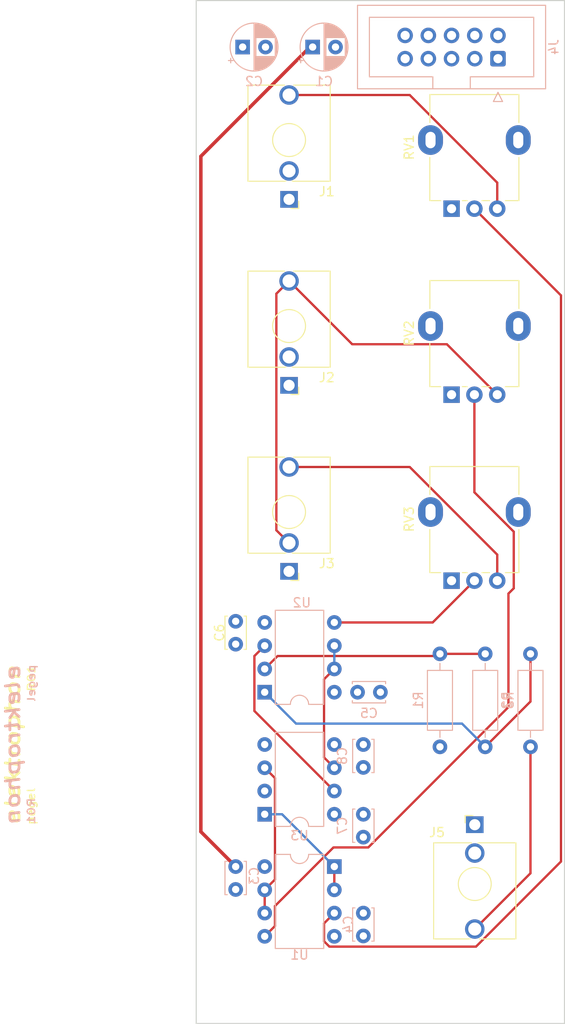
<source format=kicad_pcb>
(kicad_pcb (version 20171130) (host pcbnew 5.1.8-db9833491~88~ubuntu20.04.1)

  (general
    (thickness 1.6)
    (drawings 4)
    (tracks 60)
    (zones 0)
    (modules 23)
    (nets 21)
  )

  (page A4)
  (title_block
    (title pegel)
    (date 2020-09-20)
    (rev R01)
    (comment 1 "PCB for main circuit")
    (comment 2 "voltage controlled attenuator and ring modulator")
    (comment 4 "License CC BY 4.0 - Attribution 4.0 International")
  )

  (layers
    (0 F.Cu signal)
    (31 B.Cu signal)
    (32 B.Adhes user)
    (33 F.Adhes user)
    (34 B.Paste user)
    (35 F.Paste user)
    (36 B.SilkS user)
    (37 F.SilkS user)
    (38 B.Mask user)
    (39 F.Mask user)
    (40 Dwgs.User user)
    (41 Cmts.User user)
    (42 Eco1.User user)
    (43 Eco2.User user)
    (44 Edge.Cuts user)
    (45 Margin user)
    (46 B.CrtYd user)
    (47 F.CrtYd user)
    (48 B.Fab user)
    (49 F.Fab user)
  )

  (setup
    (last_trace_width 0.381)
    (user_trace_width 0.381)
    (user_trace_width 0.762)
    (trace_clearance 0.2)
    (zone_clearance 0.508)
    (zone_45_only no)
    (trace_min 0.2)
    (via_size 0.8)
    (via_drill 0.4)
    (via_min_size 0.4)
    (via_min_drill 0.3)
    (uvia_size 0.3)
    (uvia_drill 0.1)
    (uvias_allowed no)
    (uvia_min_size 0.2)
    (uvia_min_drill 0.1)
    (edge_width 0.05)
    (segment_width 0.2)
    (pcb_text_width 0.3)
    (pcb_text_size 1.5 1.5)
    (mod_edge_width 0.12)
    (mod_text_size 1 1)
    (mod_text_width 0.15)
    (pad_size 1.524 1.524)
    (pad_drill 0.762)
    (pad_to_mask_clearance 0.051)
    (solder_mask_min_width 0.25)
    (aux_axis_origin 0 0)
    (visible_elements 7FFFFFFF)
    (pcbplotparams
      (layerselection 0x010fc_ffffffff)
      (usegerberextensions false)
      (usegerberattributes false)
      (usegerberadvancedattributes false)
      (creategerberjobfile false)
      (excludeedgelayer true)
      (linewidth 0.100000)
      (plotframeref false)
      (viasonmask false)
      (mode 1)
      (useauxorigin false)
      (hpglpennumber 1)
      (hpglpenspeed 20)
      (hpglpendiameter 15.000000)
      (psnegative false)
      (psa4output false)
      (plotreference true)
      (plotvalue true)
      (plotinvisibletext false)
      (padsonsilk false)
      (subtractmaskfromsilk false)
      (outputformat 1)
      (mirror false)
      (drillshape 0)
      (scaleselection 1)
      (outputdirectory "gerbers"))
  )

  (net 0 "")
  (net 1 GND)
  (net 2 +15V)
  (net 3 -15V)
  (net 4 +5V)
  (net 5 Xa)
  (net 6 Ya)
  (net 7 "Net-(R1-Pad1)")
  (net 8 "Net-(R2-Pad1)")
  (net 9 "Net-(J1-PadTN)")
  (net 10 "Net-(J1-PadT)")
  (net 11 "Net-(J2-PadTN)")
  (net 12 "Net-(J2-PadT)")
  (net 13 "Net-(J3-PadT)")
  (net 14 "Net-(J5-PadTN)")
  (net 15 OUT)
  (net 16 IN_X)
  (net 17 IN_Y)
  (net 18 IN_Z)
  (net 19 Za)
  (net 20 "Net-(U2-Pad3)")

  (net_class Default "This is the default net class."
    (clearance 0.2)
    (trace_width 0.25)
    (via_dia 0.8)
    (via_drill 0.4)
    (uvia_dia 0.3)
    (uvia_drill 0.1)
    (add_net +15V)
    (add_net +5V)
    (add_net -15V)
    (add_net GND)
    (add_net IN_X)
    (add_net IN_Y)
    (add_net IN_Z)
    (add_net "Net-(J1-PadT)")
    (add_net "Net-(J1-PadTN)")
    (add_net "Net-(J2-PadT)")
    (add_net "Net-(J2-PadTN)")
    (add_net "Net-(J3-PadT)")
    (add_net "Net-(J5-PadTN)")
    (add_net "Net-(R1-Pad1)")
    (add_net "Net-(R2-Pad1)")
    (add_net "Net-(U2-Pad3)")
    (add_net OUT)
    (add_net Xa)
    (add_net Ya)
    (add_net Za)
  )

  (module Package_DIP:DIP-8_W7.62mm (layer B.Cu) (tedit 5A02E8C5) (tstamp 5FBC5571)
    (at 58.293 139.7)
    (descr "8-lead though-hole mounted DIP package, row spacing 7.62 mm (300 mils)")
    (tags "THT DIP DIL PDIP 2.54mm 7.62mm 300mil")
    (path /5F74D4F3)
    (fp_text reference U3 (at 3.81 2.33) (layer B.SilkS)
      (effects (font (size 1 1) (thickness 0.15)) (justify mirror))
    )
    (fp_text value AD633 (at 3.81 -9.95) (layer B.Fab)
      (effects (font (size 1 1) (thickness 0.15)) (justify mirror))
    )
    (fp_line (start 1.635 1.27) (end 6.985 1.27) (layer B.Fab) (width 0.1))
    (fp_line (start 6.985 1.27) (end 6.985 -8.89) (layer B.Fab) (width 0.1))
    (fp_line (start 6.985 -8.89) (end 0.635 -8.89) (layer B.Fab) (width 0.1))
    (fp_line (start 0.635 -8.89) (end 0.635 0.27) (layer B.Fab) (width 0.1))
    (fp_line (start 0.635 0.27) (end 1.635 1.27) (layer B.Fab) (width 0.1))
    (fp_line (start 2.81 1.33) (end 1.16 1.33) (layer B.SilkS) (width 0.12))
    (fp_line (start 1.16 1.33) (end 1.16 -8.95) (layer B.SilkS) (width 0.12))
    (fp_line (start 1.16 -8.95) (end 6.46 -8.95) (layer B.SilkS) (width 0.12))
    (fp_line (start 6.46 -8.95) (end 6.46 1.33) (layer B.SilkS) (width 0.12))
    (fp_line (start 6.46 1.33) (end 4.81 1.33) (layer B.SilkS) (width 0.12))
    (fp_line (start -1.1 1.55) (end -1.1 -9.15) (layer B.CrtYd) (width 0.05))
    (fp_line (start -1.1 -9.15) (end 8.7 -9.15) (layer B.CrtYd) (width 0.05))
    (fp_line (start 8.7 -9.15) (end 8.7 1.55) (layer B.CrtYd) (width 0.05))
    (fp_line (start 8.7 1.55) (end -1.1 1.55) (layer B.CrtYd) (width 0.05))
    (fp_text user %R (at 3.81 -3.81) (layer B.Fab)
      (effects (font (size 1 1) (thickness 0.15)) (justify mirror))
    )
    (fp_arc (start 3.81 1.33) (end 2.81 1.33) (angle 180) (layer B.SilkS) (width 0.12))
    (pad 8 thru_hole oval (at 7.62 0) (size 1.6 1.6) (drill 0.8) (layers *.Cu *.Mask)
      (net 2 +15V))
    (pad 4 thru_hole oval (at 0 -7.62) (size 1.6 1.6) (drill 0.8) (layers *.Cu *.Mask)
      (net 1 GND))
    (pad 7 thru_hole oval (at 7.62 -2.54) (size 1.6 1.6) (drill 0.8) (layers *.Cu *.Mask)
      (net 20 "Net-(U2-Pad3)"))
    (pad 3 thru_hole oval (at 0 -5.08) (size 1.6 1.6) (drill 0.8) (layers *.Cu *.Mask)
      (net 6 Ya))
    (pad 6 thru_hole oval (at 7.62 -5.08) (size 1.6 1.6) (drill 0.8) (layers *.Cu *.Mask)
      (net 19 Za))
    (pad 2 thru_hole oval (at 0 -2.54) (size 1.6 1.6) (drill 0.8) (layers *.Cu *.Mask)
      (net 1 GND))
    (pad 5 thru_hole oval (at 7.62 -7.62) (size 1.6 1.6) (drill 0.8) (layers *.Cu *.Mask)
      (net 3 -15V))
    (pad 1 thru_hole rect (at 0 0) (size 1.6 1.6) (drill 0.8) (layers *.Cu *.Mask)
      (net 5 Xa))
    (model ${KISYS3DMOD}/Package_DIP.3dshapes/DIP-8_W7.62mm.wrl
      (at (xyz 0 0 0))
      (scale (xyz 1 1 1))
      (rotate (xyz 0 0 0))
    )
  )

  (module elektrophon:Potentiometer_Alpha_RD901F-40-00D_Single_Vertical (layer F.Cu) (tedit 5DA46BB9) (tstamp 5FBC54E9)
    (at 81.28 106.68 90)
    (descr "Potentiometer, vertical, 9mm, single, http://www.taiwanalpha.com.tw/downloads?target=products&id=113")
    (tags "potentiometer vertical 9mm single")
    (path /5F635038)
    (fp_text reference RV3 (at -0.79 -7.18 270) (layer F.SilkS)
      (effects (font (size 1 1) (thickness 0.15)))
    )
    (fp_text value 100k (at -7.5 7.32 270) (layer F.Fab)
      (effects (font (size 1 1) (thickness 0.15)))
    )
    (fp_line (start -8.65 6.37) (end 5.1 6.37) (layer F.CrtYd) (width 0.05))
    (fp_line (start -8.65 -6.45) (end -8.65 6.37) (layer F.CrtYd) (width 0.05))
    (fp_line (start 5.1 -6.45) (end -8.65 -6.45) (layer F.CrtYd) (width 0.05))
    (fp_line (start 5.1 6.37) (end 5.1 -6.45) (layer F.CrtYd) (width 0.05))
    (fp_line (start 4.97 4.83) (end 4.97 -4.91) (layer F.SilkS) (width 0.12))
    (fp_line (start -6.62 4.83) (end -6.62 3.34) (layer F.SilkS) (width 0.12))
    (fp_line (start 1.91 4.83) (end 4.97 4.83) (layer F.SilkS) (width 0.12))
    (fp_line (start -6.62 -4.92) (end -1.9 -4.92) (layer F.SilkS) (width 0.12))
    (fp_circle (center 0 -0.04) (end 0 -3.54) (layer F.Fab) (width 0.1))
    (fp_line (start -6.5 4.71) (end -6.5 -4.79) (layer F.Fab) (width 0.1))
    (fp_line (start 4.85 4.71) (end 4.85 -4.79) (layer F.Fab) (width 0.1))
    (fp_line (start -6.5 -4.79) (end 4.85 -4.79) (layer F.Fab) (width 0.1))
    (fp_line (start -6.5 4.71) (end 4.85 4.71) (layer F.Fab) (width 0.1))
    (fp_line (start 1.91 -4.91) (end 4.97 -4.91) (layer F.SilkS) (width 0.12))
    (fp_line (start -6.62 4.83) (end -1.9 4.83) (layer F.SilkS) (width 0.12))
    (fp_line (start -6.62 -3.73) (end -6.62 -4.91) (layer F.SilkS) (width 0.12))
    (fp_line (start -6.62 -0.83) (end -6.62 -1.36) (layer F.SilkS) (width 0.12))
    (fp_line (start -6.62 1.62) (end -6.62 0.79) (layer F.SilkS) (width 0.12))
    (fp_text user %R (at 0.12 0 90) (layer F.Fab)
      (effects (font (size 1 1) (thickness 0.15)))
    )
    (pad "" thru_hole oval (at 0 -4.84 180) (size 2.72 3.24) (drill oval 1.1 1.8) (layers *.Cu *.Mask))
    (pad "" thru_hole oval (at 0 4.76 180) (size 2.72 3.24) (drill oval 1.1 1.8) (layers *.Cu *.Mask))
    (pad 3 thru_hole circle (at -7.5 2.46 180) (size 1.8 1.8) (drill 1) (layers *.Cu *.Mask)
      (net 13 "Net-(J3-PadT)"))
    (pad 2 thru_hole circle (at -7.5 -0.04 180) (size 1.8 1.8) (drill 1) (layers *.Cu *.Mask)
      (net 18 IN_Z))
    (pad 1 thru_hole rect (at -7.5 -2.54 180) (size 1.8 1.8) (drill 1) (layers *.Cu *.Mask)
      (net 1 GND))
    (model ${KISYS3DMOD}/Potentiometer_THT.3dshapes/Potentiometer_Alpha_RD901F-40-00D_Single_Vertical.wrl
      (at (xyz 0 0 0))
      (scale (xyz 1 1 1))
      (rotate (xyz 0 0 0))
    )
    (model ${KIPRJMOD}/../../../lib/kicad/models/ALPHA-RD901F-40.step
      (at (xyz 0 0 0))
      (scale (xyz 1 1 1))
      (rotate (xyz 0 0 90))
    )
  )

  (module elektrophon:Potentiometer_Alpha_RD901F-40-00D_Single_Vertical (layer F.Cu) (tedit 5DA46BB9) (tstamp 5FBC54CD)
    (at 81.28 86.36 90)
    (descr "Potentiometer, vertical, 9mm, single, http://www.taiwanalpha.com.tw/downloads?target=products&id=113")
    (tags "potentiometer vertical 9mm single")
    (path /5F74A967)
    (fp_text reference RV2 (at -0.79 -7.18 270) (layer F.SilkS)
      (effects (font (size 1 1) (thickness 0.15)))
    )
    (fp_text value 100k (at -7.5 7.32 270) (layer F.Fab)
      (effects (font (size 1 1) (thickness 0.15)))
    )
    (fp_line (start -8.65 6.37) (end 5.1 6.37) (layer F.CrtYd) (width 0.05))
    (fp_line (start -8.65 -6.45) (end -8.65 6.37) (layer F.CrtYd) (width 0.05))
    (fp_line (start 5.1 -6.45) (end -8.65 -6.45) (layer F.CrtYd) (width 0.05))
    (fp_line (start 5.1 6.37) (end 5.1 -6.45) (layer F.CrtYd) (width 0.05))
    (fp_line (start 4.97 4.83) (end 4.97 -4.91) (layer F.SilkS) (width 0.12))
    (fp_line (start -6.62 4.83) (end -6.62 3.34) (layer F.SilkS) (width 0.12))
    (fp_line (start 1.91 4.83) (end 4.97 4.83) (layer F.SilkS) (width 0.12))
    (fp_line (start -6.62 -4.92) (end -1.9 -4.92) (layer F.SilkS) (width 0.12))
    (fp_circle (center 0 -0.04) (end 0 -3.54) (layer F.Fab) (width 0.1))
    (fp_line (start -6.5 4.71) (end -6.5 -4.79) (layer F.Fab) (width 0.1))
    (fp_line (start 4.85 4.71) (end 4.85 -4.79) (layer F.Fab) (width 0.1))
    (fp_line (start -6.5 -4.79) (end 4.85 -4.79) (layer F.Fab) (width 0.1))
    (fp_line (start -6.5 4.71) (end 4.85 4.71) (layer F.Fab) (width 0.1))
    (fp_line (start 1.91 -4.91) (end 4.97 -4.91) (layer F.SilkS) (width 0.12))
    (fp_line (start -6.62 4.83) (end -1.9 4.83) (layer F.SilkS) (width 0.12))
    (fp_line (start -6.62 -3.73) (end -6.62 -4.91) (layer F.SilkS) (width 0.12))
    (fp_line (start -6.62 -0.83) (end -6.62 -1.36) (layer F.SilkS) (width 0.12))
    (fp_line (start -6.62 1.62) (end -6.62 0.79) (layer F.SilkS) (width 0.12))
    (fp_text user %R (at 0.12 0 90) (layer F.Fab)
      (effects (font (size 1 1) (thickness 0.15)))
    )
    (pad "" thru_hole oval (at 0 -4.84 180) (size 2.72 3.24) (drill oval 1.1 1.8) (layers *.Cu *.Mask))
    (pad "" thru_hole oval (at 0 4.76 180) (size 2.72 3.24) (drill oval 1.1 1.8) (layers *.Cu *.Mask))
    (pad 3 thru_hole circle (at -7.5 2.46 180) (size 1.8 1.8) (drill 1) (layers *.Cu *.Mask)
      (net 12 "Net-(J2-PadT)"))
    (pad 2 thru_hole circle (at -7.5 -0.04 180) (size 1.8 1.8) (drill 1) (layers *.Cu *.Mask)
      (net 17 IN_Y))
    (pad 1 thru_hole rect (at -7.5 -2.54 180) (size 1.8 1.8) (drill 1) (layers *.Cu *.Mask)
      (net 1 GND))
    (model ${KISYS3DMOD}/Potentiometer_THT.3dshapes/Potentiometer_Alpha_RD901F-40-00D_Single_Vertical.wrl
      (at (xyz 0 0 0))
      (scale (xyz 1 1 1))
      (rotate (xyz 0 0 0))
    )
    (model ${KIPRJMOD}/../../../lib/kicad/models/ALPHA-RD901F-40.step
      (at (xyz 0 0 0))
      (scale (xyz 1 1 1))
      (rotate (xyz 0 0 90))
    )
  )

  (module elektrophon:Potentiometer_Alpha_RD901F-40-00D_Single_Vertical (layer F.Cu) (tedit 5DA46BB9) (tstamp 5FBC54B1)
    (at 81.28 66.04 90)
    (descr "Potentiometer, vertical, 9mm, single, http://www.taiwanalpha.com.tw/downloads?target=products&id=113")
    (tags "potentiometer vertical 9mm single")
    (path /5F613554)
    (fp_text reference RV1 (at -0.79 -7.18 270) (layer F.SilkS)
      (effects (font (size 1 1) (thickness 0.15)))
    )
    (fp_text value 100k (at -7.5 7.32 270) (layer F.Fab)
      (effects (font (size 1 1) (thickness 0.15)))
    )
    (fp_line (start -8.65 6.37) (end 5.1 6.37) (layer F.CrtYd) (width 0.05))
    (fp_line (start -8.65 -6.45) (end -8.65 6.37) (layer F.CrtYd) (width 0.05))
    (fp_line (start 5.1 -6.45) (end -8.65 -6.45) (layer F.CrtYd) (width 0.05))
    (fp_line (start 5.1 6.37) (end 5.1 -6.45) (layer F.CrtYd) (width 0.05))
    (fp_line (start 4.97 4.83) (end 4.97 -4.91) (layer F.SilkS) (width 0.12))
    (fp_line (start -6.62 4.83) (end -6.62 3.34) (layer F.SilkS) (width 0.12))
    (fp_line (start 1.91 4.83) (end 4.97 4.83) (layer F.SilkS) (width 0.12))
    (fp_line (start -6.62 -4.92) (end -1.9 -4.92) (layer F.SilkS) (width 0.12))
    (fp_circle (center 0 -0.04) (end 0 -3.54) (layer F.Fab) (width 0.1))
    (fp_line (start -6.5 4.71) (end -6.5 -4.79) (layer F.Fab) (width 0.1))
    (fp_line (start 4.85 4.71) (end 4.85 -4.79) (layer F.Fab) (width 0.1))
    (fp_line (start -6.5 -4.79) (end 4.85 -4.79) (layer F.Fab) (width 0.1))
    (fp_line (start -6.5 4.71) (end 4.85 4.71) (layer F.Fab) (width 0.1))
    (fp_line (start 1.91 -4.91) (end 4.97 -4.91) (layer F.SilkS) (width 0.12))
    (fp_line (start -6.62 4.83) (end -1.9 4.83) (layer F.SilkS) (width 0.12))
    (fp_line (start -6.62 -3.73) (end -6.62 -4.91) (layer F.SilkS) (width 0.12))
    (fp_line (start -6.62 -0.83) (end -6.62 -1.36) (layer F.SilkS) (width 0.12))
    (fp_line (start -6.62 1.62) (end -6.62 0.79) (layer F.SilkS) (width 0.12))
    (fp_text user %R (at 0.12 0 90) (layer F.Fab)
      (effects (font (size 1 1) (thickness 0.15)))
    )
    (pad "" thru_hole oval (at 0 -4.84 180) (size 2.72 3.24) (drill oval 1.1 1.8) (layers *.Cu *.Mask))
    (pad "" thru_hole oval (at 0 4.76 180) (size 2.72 3.24) (drill oval 1.1 1.8) (layers *.Cu *.Mask))
    (pad 3 thru_hole circle (at -7.5 2.46 180) (size 1.8 1.8) (drill 1) (layers *.Cu *.Mask)
      (net 10 "Net-(J1-PadT)"))
    (pad 2 thru_hole circle (at -7.5 -0.04 180) (size 1.8 1.8) (drill 1) (layers *.Cu *.Mask)
      (net 16 IN_X))
    (pad 1 thru_hole rect (at -7.5 -2.54 180) (size 1.8 1.8) (drill 1) (layers *.Cu *.Mask)
      (net 1 GND))
    (model ${KISYS3DMOD}/Potentiometer_THT.3dshapes/Potentiometer_Alpha_RD901F-40-00D_Single_Vertical.wrl
      (at (xyz 0 0 0))
      (scale (xyz 1 1 1))
      (rotate (xyz 0 0 0))
    )
    (model ${KIPRJMOD}/../../../lib/kicad/models/ALPHA-RD901F-40.step
      (at (xyz 0 0 0))
      (scale (xyz 1 1 1))
      (rotate (xyz 0 0 90))
    )
  )

  (module Resistor_THT:R_Axial_DIN0207_L6.3mm_D2.5mm_P10.16mm_Horizontal (layer B.Cu) (tedit 5AE5139B) (tstamp 5FBC540B)
    (at 87.376 122.174 270)
    (descr "Resistor, Axial_DIN0207 series, Axial, Horizontal, pin pitch=10.16mm, 0.25W = 1/4W, length*diameter=6.3*2.5mm^2, http://cdn-reichelt.de/documents/datenblatt/B400/1_4W%23YAG.pdf")
    (tags "Resistor Axial_DIN0207 series Axial Horizontal pin pitch 10.16mm 0.25W = 1/4W length 6.3mm diameter 2.5mm")
    (path /5F7FA5E2)
    (fp_text reference R3 (at 5.08 2.37 90) (layer B.SilkS)
      (effects (font (size 1 1) (thickness 0.15)) (justify mirror))
    )
    (fp_text value 1k (at 5.08 -2.37 90) (layer B.Fab)
      (effects (font (size 1 1) (thickness 0.15)) (justify mirror))
    )
    (fp_line (start 1.93 1.25) (end 1.93 -1.25) (layer B.Fab) (width 0.1))
    (fp_line (start 1.93 -1.25) (end 8.23 -1.25) (layer B.Fab) (width 0.1))
    (fp_line (start 8.23 -1.25) (end 8.23 1.25) (layer B.Fab) (width 0.1))
    (fp_line (start 8.23 1.25) (end 1.93 1.25) (layer B.Fab) (width 0.1))
    (fp_line (start 0 0) (end 1.93 0) (layer B.Fab) (width 0.1))
    (fp_line (start 10.16 0) (end 8.23 0) (layer B.Fab) (width 0.1))
    (fp_line (start 1.81 1.37) (end 1.81 -1.37) (layer B.SilkS) (width 0.12))
    (fp_line (start 1.81 -1.37) (end 8.35 -1.37) (layer B.SilkS) (width 0.12))
    (fp_line (start 8.35 -1.37) (end 8.35 1.37) (layer B.SilkS) (width 0.12))
    (fp_line (start 8.35 1.37) (end 1.81 1.37) (layer B.SilkS) (width 0.12))
    (fp_line (start 1.04 0) (end 1.81 0) (layer B.SilkS) (width 0.12))
    (fp_line (start 9.12 0) (end 8.35 0) (layer B.SilkS) (width 0.12))
    (fp_line (start -1.05 1.5) (end -1.05 -1.5) (layer B.CrtYd) (width 0.05))
    (fp_line (start -1.05 -1.5) (end 11.21 -1.5) (layer B.CrtYd) (width 0.05))
    (fp_line (start 11.21 -1.5) (end 11.21 1.5) (layer B.CrtYd) (width 0.05))
    (fp_line (start 11.21 1.5) (end -1.05 1.5) (layer B.CrtYd) (width 0.05))
    (fp_text user %R (at 5.08 0 90) (layer B.Fab)
      (effects (font (size 1 1) (thickness 0.15)) (justify mirror))
    )
    (pad 2 thru_hole oval (at 10.16 0 270) (size 1.6 1.6) (drill 0.8) (layers *.Cu *.Mask)
      (net 15 OUT))
    (pad 1 thru_hole circle (at 0 0 270) (size 1.6 1.6) (drill 0.8) (layers *.Cu *.Mask)
      (net 8 "Net-(R2-Pad1)"))
    (model ${KISYS3DMOD}/Resistor_THT.3dshapes/R_Axial_DIN0207_L6.3mm_D2.5mm_P10.16mm_Horizontal.wrl
      (at (xyz 0 0 0))
      (scale (xyz 1 1 1))
      (rotate (xyz 0 0 0))
    )
  )

  (module Resistor_THT:R_Axial_DIN0207_L6.3mm_D2.5mm_P10.16mm_Horizontal (layer B.Cu) (tedit 5AE5139B) (tstamp 5FBC53F4)
    (at 82.423 132.334 90)
    (descr "Resistor, Axial_DIN0207 series, Axial, Horizontal, pin pitch=10.16mm, 0.25W = 1/4W, length*diameter=6.3*2.5mm^2, http://cdn-reichelt.de/documents/datenblatt/B400/1_4W%23YAG.pdf")
    (tags "Resistor Axial_DIN0207 series Axial Horizontal pin pitch 10.16mm 0.25W = 1/4W length 6.3mm diameter 2.5mm")
    (path /5F78B0A7)
    (fp_text reference R2 (at 5.08 2.37 90) (layer B.SilkS)
      (effects (font (size 1 1) (thickness 0.15)) (justify mirror))
    )
    (fp_text value 10k (at 5.08 -2.37 90) (layer B.Fab)
      (effects (font (size 1 1) (thickness 0.15)) (justify mirror))
    )
    (fp_line (start 1.93 1.25) (end 1.93 -1.25) (layer B.Fab) (width 0.1))
    (fp_line (start 1.93 -1.25) (end 8.23 -1.25) (layer B.Fab) (width 0.1))
    (fp_line (start 8.23 -1.25) (end 8.23 1.25) (layer B.Fab) (width 0.1))
    (fp_line (start 8.23 1.25) (end 1.93 1.25) (layer B.Fab) (width 0.1))
    (fp_line (start 0 0) (end 1.93 0) (layer B.Fab) (width 0.1))
    (fp_line (start 10.16 0) (end 8.23 0) (layer B.Fab) (width 0.1))
    (fp_line (start 1.81 1.37) (end 1.81 -1.37) (layer B.SilkS) (width 0.12))
    (fp_line (start 1.81 -1.37) (end 8.35 -1.37) (layer B.SilkS) (width 0.12))
    (fp_line (start 8.35 -1.37) (end 8.35 1.37) (layer B.SilkS) (width 0.12))
    (fp_line (start 8.35 1.37) (end 1.81 1.37) (layer B.SilkS) (width 0.12))
    (fp_line (start 1.04 0) (end 1.81 0) (layer B.SilkS) (width 0.12))
    (fp_line (start 9.12 0) (end 8.35 0) (layer B.SilkS) (width 0.12))
    (fp_line (start -1.05 1.5) (end -1.05 -1.5) (layer B.CrtYd) (width 0.05))
    (fp_line (start -1.05 -1.5) (end 11.21 -1.5) (layer B.CrtYd) (width 0.05))
    (fp_line (start 11.21 -1.5) (end 11.21 1.5) (layer B.CrtYd) (width 0.05))
    (fp_line (start 11.21 1.5) (end -1.05 1.5) (layer B.CrtYd) (width 0.05))
    (fp_text user %R (at 5.08 0 90) (layer B.Fab)
      (effects (font (size 1 1) (thickness 0.15)) (justify mirror))
    )
    (pad 2 thru_hole oval (at 10.16 0 90) (size 1.6 1.6) (drill 0.8) (layers *.Cu *.Mask)
      (net 7 "Net-(R1-Pad1)"))
    (pad 1 thru_hole circle (at 0 0 90) (size 1.6 1.6) (drill 0.8) (layers *.Cu *.Mask)
      (net 8 "Net-(R2-Pad1)"))
    (model ${KISYS3DMOD}/Resistor_THT.3dshapes/R_Axial_DIN0207_L6.3mm_D2.5mm_P10.16mm_Horizontal.wrl
      (at (xyz 0 0 0))
      (scale (xyz 1 1 1))
      (rotate (xyz 0 0 0))
    )
  )

  (module Resistor_THT:R_Axial_DIN0207_L6.3mm_D2.5mm_P10.16mm_Horizontal (layer B.Cu) (tedit 5AE5139B) (tstamp 5FBC53DD)
    (at 77.47 122.174 270)
    (descr "Resistor, Axial_DIN0207 series, Axial, Horizontal, pin pitch=10.16mm, 0.25W = 1/4W, length*diameter=6.3*2.5mm^2, http://cdn-reichelt.de/documents/datenblatt/B400/1_4W%23YAG.pdf")
    (tags "Resistor Axial_DIN0207 series Axial Horizontal pin pitch 10.16mm 0.25W = 1/4W length 6.3mm diameter 2.5mm")
    (path /5F793822)
    (fp_text reference R1 (at 5.08 2.37 90) (layer B.SilkS)
      (effects (font (size 1 1) (thickness 0.15)) (justify mirror))
    )
    (fp_text value 10k (at 5.08 -2.37 90) (layer B.Fab)
      (effects (font (size 1 1) (thickness 0.15)) (justify mirror))
    )
    (fp_line (start 1.93 1.25) (end 1.93 -1.25) (layer B.Fab) (width 0.1))
    (fp_line (start 1.93 -1.25) (end 8.23 -1.25) (layer B.Fab) (width 0.1))
    (fp_line (start 8.23 -1.25) (end 8.23 1.25) (layer B.Fab) (width 0.1))
    (fp_line (start 8.23 1.25) (end 1.93 1.25) (layer B.Fab) (width 0.1))
    (fp_line (start 0 0) (end 1.93 0) (layer B.Fab) (width 0.1))
    (fp_line (start 10.16 0) (end 8.23 0) (layer B.Fab) (width 0.1))
    (fp_line (start 1.81 1.37) (end 1.81 -1.37) (layer B.SilkS) (width 0.12))
    (fp_line (start 1.81 -1.37) (end 8.35 -1.37) (layer B.SilkS) (width 0.12))
    (fp_line (start 8.35 -1.37) (end 8.35 1.37) (layer B.SilkS) (width 0.12))
    (fp_line (start 8.35 1.37) (end 1.81 1.37) (layer B.SilkS) (width 0.12))
    (fp_line (start 1.04 0) (end 1.81 0) (layer B.SilkS) (width 0.12))
    (fp_line (start 9.12 0) (end 8.35 0) (layer B.SilkS) (width 0.12))
    (fp_line (start -1.05 1.5) (end -1.05 -1.5) (layer B.CrtYd) (width 0.05))
    (fp_line (start -1.05 -1.5) (end 11.21 -1.5) (layer B.CrtYd) (width 0.05))
    (fp_line (start 11.21 -1.5) (end 11.21 1.5) (layer B.CrtYd) (width 0.05))
    (fp_line (start 11.21 1.5) (end -1.05 1.5) (layer B.CrtYd) (width 0.05))
    (fp_text user %R (at 5.08 0 90) (layer B.Fab)
      (effects (font (size 1 1) (thickness 0.15)) (justify mirror))
    )
    (pad 2 thru_hole oval (at 10.16 0 270) (size 1.6 1.6) (drill 0.8) (layers *.Cu *.Mask)
      (net 1 GND))
    (pad 1 thru_hole circle (at 0 0 270) (size 1.6 1.6) (drill 0.8) (layers *.Cu *.Mask)
      (net 7 "Net-(R1-Pad1)"))
    (model ${KISYS3DMOD}/Resistor_THT.3dshapes/R_Axial_DIN0207_L6.3mm_D2.5mm_P10.16mm_Horizontal.wrl
      (at (xyz 0 0 0))
      (scale (xyz 1 1 1))
      (rotate (xyz 0 0 0))
    )
  )

  (module elektrophon:Jack_3.5mm_WQP-PJ398SM_Vertical (layer F.Cu) (tedit 5DA46BDA) (tstamp 5FBC539E)
    (at 81.28 147.32)
    (descr "TRS 3.5mm, vertical, Thonkiconn, PCB mount, (http://www.qingpu-electronics.com/en/products/WQP-PJ398SM-362.html)")
    (tags "WQP-PJ398SM WQP-PJ301M-12 TRS 3.5mm mono vertical jack thonkiconn qingpu")
    (path /5F7FAFCA)
    (fp_text reference J5 (at -4.13 -5.63) (layer F.SilkS)
      (effects (font (size 1 1) (thickness 0.15)))
    )
    (fp_text value OUT (at 0 -1.48) (layer F.Fab)
      (effects (font (size 1 1) (thickness 0.15)))
    )
    (fp_line (start 0 -6.48) (end 0 -4.45) (layer F.Fab) (width 0.1))
    (fp_circle (center 0 0) (end 1.8 0) (layer F.Fab) (width 0.1))
    (fp_line (start 4.5 -4.45) (end -4.5 -4.45) (layer F.Fab) (width 0.1))
    (fp_line (start 5 -7.9) (end -5 -7.9) (layer F.CrtYd) (width 0.05))
    (fp_line (start 5 6.5) (end -5 6.5) (layer F.CrtYd) (width 0.05))
    (fp_line (start 5 6.5) (end 5 -7.9) (layer F.CrtYd) (width 0.05))
    (fp_line (start 4.5 6) (end -4.5 6) (layer F.Fab) (width 0.1))
    (fp_line (start 4.5 6) (end 4.5 -4.4) (layer F.Fab) (width 0.1))
    (fp_line (start -1.06 -7.48) (end -0.2 -7.48) (layer F.SilkS) (width 0.12))
    (fp_line (start -1.06 -7.48) (end -1.06 -6.68) (layer F.SilkS) (width 0.12))
    (fp_circle (center 0 0) (end 1.8 0) (layer F.SilkS) (width 0.12))
    (fp_line (start -0.35 -4.5) (end -4.5 -4.5) (layer F.SilkS) (width 0.12))
    (fp_line (start 4.5 -4.5) (end 0.35 -4.5) (layer F.SilkS) (width 0.12))
    (fp_line (start -0.5 6) (end -4.5 6) (layer F.SilkS) (width 0.12))
    (fp_line (start 4.5 6) (end 0.5 6) (layer F.SilkS) (width 0.12))
    (fp_line (start -1.41 -0.46) (end -0.46 -1.41) (layer Dwgs.User) (width 0.12))
    (fp_line (start -1.42 0.395) (end 0.4 -1.42) (layer Dwgs.User) (width 0.12))
    (fp_line (start -1.07 1.01) (end 1.01 -1.07) (layer Dwgs.User) (width 0.12))
    (fp_line (start -0.58 1.35) (end 1.36 -0.59) (layer Dwgs.User) (width 0.12))
    (fp_line (start 0.09 1.48) (end 1.48 0.09) (layer Dwgs.User) (width 0.12))
    (fp_circle (center 0 0) (end 1.5 0) (layer Dwgs.User) (width 0.12))
    (fp_line (start 4.5 -4.5) (end 4.5 6) (layer F.SilkS) (width 0.12))
    (fp_line (start -4.5 -4.5) (end -4.5 6) (layer F.SilkS) (width 0.12))
    (fp_line (start -4.5 6) (end -4.5 -4.4) (layer F.Fab) (width 0.1))
    (fp_line (start -5 6.5) (end -5 -7.9) (layer F.CrtYd) (width 0.05))
    (fp_text user KEEPOUT (at 0 0 180) (layer Cmts.User)
      (effects (font (size 0.4 0.4) (thickness 0.051)))
    )
    (fp_text user %R (at 0 1.52) (layer F.Fab)
      (effects (font (size 1 1) (thickness 0.15)))
    )
    (pad TN thru_hole circle (at 0 -3.38 180) (size 2.13 2.13) (drill 1.42) (layers *.Cu *.Mask)
      (net 14 "Net-(J5-PadTN)"))
    (pad S thru_hole rect (at 0 -6.48 180) (size 1.93 1.83) (drill 1.22) (layers *.Cu *.Mask)
      (net 1 GND))
    (pad T thru_hole circle (at 0 4.92 180) (size 2.13 2.13) (drill 1.43) (layers *.Cu *.Mask)
      (net 15 OUT))
    (model ${KISYS3DMOD}/Connector_Audio.3dshapes/Jack_3.5mm_QingPu_WQP-PJ398SM_Vertical.wrl
      (at (xyz 0 0 0))
      (scale (xyz 1 1 1))
      (rotate (xyz 0 0 0))
    )
    (model "${KIPRJMOD}/../../../lib/kicad/models/PJ301M-12 Thonkiconn v0.2.stp"
      (offset (xyz 0 -1 0))
      (scale (xyz 1 1 1))
      (rotate (xyz 0 0 180))
    )
  )

  (module elektrophon:Jack_3.5mm_WQP-PJ398SM_Vertical (layer F.Cu) (tedit 5DA46BDA) (tstamp 5FBC534E)
    (at 60.96 106.68 180)
    (descr "TRS 3.5mm, vertical, Thonkiconn, PCB mount, (http://www.qingpu-electronics.com/en/products/WQP-PJ398SM-362.html)")
    (tags "WQP-PJ398SM WQP-PJ301M-12 TRS 3.5mm mono vertical jack thonkiconn qingpu")
    (path /5F63502F)
    (fp_text reference J3 (at -4.13 -5.63) (layer F.SilkS)
      (effects (font (size 1 1) (thickness 0.15)))
    )
    (fp_text value IN_Z (at 0 -1.48) (layer F.Fab)
      (effects (font (size 1 1) (thickness 0.15)))
    )
    (fp_line (start 0 -6.48) (end 0 -4.45) (layer F.Fab) (width 0.1))
    (fp_circle (center 0 0) (end 1.8 0) (layer F.Fab) (width 0.1))
    (fp_line (start 4.5 -4.45) (end -4.5 -4.45) (layer F.Fab) (width 0.1))
    (fp_line (start 5 -7.9) (end -5 -7.9) (layer F.CrtYd) (width 0.05))
    (fp_line (start 5 6.5) (end -5 6.5) (layer F.CrtYd) (width 0.05))
    (fp_line (start 5 6.5) (end 5 -7.9) (layer F.CrtYd) (width 0.05))
    (fp_line (start 4.5 6) (end -4.5 6) (layer F.Fab) (width 0.1))
    (fp_line (start 4.5 6) (end 4.5 -4.4) (layer F.Fab) (width 0.1))
    (fp_line (start -1.06 -7.48) (end -0.2 -7.48) (layer F.SilkS) (width 0.12))
    (fp_line (start -1.06 -7.48) (end -1.06 -6.68) (layer F.SilkS) (width 0.12))
    (fp_circle (center 0 0) (end 1.8 0) (layer F.SilkS) (width 0.12))
    (fp_line (start -0.35 -4.5) (end -4.5 -4.5) (layer F.SilkS) (width 0.12))
    (fp_line (start 4.5 -4.5) (end 0.35 -4.5) (layer F.SilkS) (width 0.12))
    (fp_line (start -0.5 6) (end -4.5 6) (layer F.SilkS) (width 0.12))
    (fp_line (start 4.5 6) (end 0.5 6) (layer F.SilkS) (width 0.12))
    (fp_line (start -1.41 -0.46) (end -0.46 -1.41) (layer Dwgs.User) (width 0.12))
    (fp_line (start -1.42 0.395) (end 0.4 -1.42) (layer Dwgs.User) (width 0.12))
    (fp_line (start -1.07 1.01) (end 1.01 -1.07) (layer Dwgs.User) (width 0.12))
    (fp_line (start -0.58 1.35) (end 1.36 -0.59) (layer Dwgs.User) (width 0.12))
    (fp_line (start 0.09 1.48) (end 1.48 0.09) (layer Dwgs.User) (width 0.12))
    (fp_circle (center 0 0) (end 1.5 0) (layer Dwgs.User) (width 0.12))
    (fp_line (start 4.5 -4.5) (end 4.5 6) (layer F.SilkS) (width 0.12))
    (fp_line (start -4.5 -4.5) (end -4.5 6) (layer F.SilkS) (width 0.12))
    (fp_line (start -4.5 6) (end -4.5 -4.4) (layer F.Fab) (width 0.1))
    (fp_line (start -5 6.5) (end -5 -7.9) (layer F.CrtYd) (width 0.05))
    (fp_text user KEEPOUT (at 0 0 180) (layer Cmts.User)
      (effects (font (size 0.4 0.4) (thickness 0.051)))
    )
    (fp_text user %R (at 0 1.52) (layer F.Fab)
      (effects (font (size 1 1) (thickness 0.15)))
    )
    (pad TN thru_hole circle (at 0 -3.38) (size 2.13 2.13) (drill 1.42) (layers *.Cu *.Mask)
      (net 12 "Net-(J2-PadT)"))
    (pad S thru_hole rect (at 0 -6.48) (size 1.93 1.83) (drill 1.22) (layers *.Cu *.Mask)
      (net 1 GND))
    (pad T thru_hole circle (at 0 4.92) (size 2.13 2.13) (drill 1.43) (layers *.Cu *.Mask)
      (net 13 "Net-(J3-PadT)"))
    (model ${KISYS3DMOD}/Connector_Audio.3dshapes/Jack_3.5mm_QingPu_WQP-PJ398SM_Vertical.wrl
      (at (xyz 0 0 0))
      (scale (xyz 1 1 1))
      (rotate (xyz 0 0 0))
    )
    (model "${KIPRJMOD}/../../../lib/kicad/models/PJ301M-12 Thonkiconn v0.2.stp"
      (offset (xyz 0 -1 0))
      (scale (xyz 1 1 1))
      (rotate (xyz 0 0 180))
    )
  )

  (module elektrophon:Jack_3.5mm_WQP-PJ398SM_Vertical (layer F.Cu) (tedit 5DA46BDA) (tstamp 5FBC532C)
    (at 60.96 86.36 180)
    (descr "TRS 3.5mm, vertical, Thonkiconn, PCB mount, (http://www.qingpu-electronics.com/en/products/WQP-PJ398SM-362.html)")
    (tags "WQP-PJ398SM WQP-PJ301M-12 TRS 3.5mm mono vertical jack thonkiconn qingpu")
    (path /5F74A95E)
    (fp_text reference J2 (at -4.13 -5.63) (layer F.SilkS)
      (effects (font (size 1 1) (thickness 0.15)))
    )
    (fp_text value IN_Y (at 0 -1.48) (layer F.Fab)
      (effects (font (size 1 1) (thickness 0.15)))
    )
    (fp_line (start 0 -6.48) (end 0 -4.45) (layer F.Fab) (width 0.1))
    (fp_circle (center 0 0) (end 1.8 0) (layer F.Fab) (width 0.1))
    (fp_line (start 4.5 -4.45) (end -4.5 -4.45) (layer F.Fab) (width 0.1))
    (fp_line (start 5 -7.9) (end -5 -7.9) (layer F.CrtYd) (width 0.05))
    (fp_line (start 5 6.5) (end -5 6.5) (layer F.CrtYd) (width 0.05))
    (fp_line (start 5 6.5) (end 5 -7.9) (layer F.CrtYd) (width 0.05))
    (fp_line (start 4.5 6) (end -4.5 6) (layer F.Fab) (width 0.1))
    (fp_line (start 4.5 6) (end 4.5 -4.4) (layer F.Fab) (width 0.1))
    (fp_line (start -1.06 -7.48) (end -0.2 -7.48) (layer F.SilkS) (width 0.12))
    (fp_line (start -1.06 -7.48) (end -1.06 -6.68) (layer F.SilkS) (width 0.12))
    (fp_circle (center 0 0) (end 1.8 0) (layer F.SilkS) (width 0.12))
    (fp_line (start -0.35 -4.5) (end -4.5 -4.5) (layer F.SilkS) (width 0.12))
    (fp_line (start 4.5 -4.5) (end 0.35 -4.5) (layer F.SilkS) (width 0.12))
    (fp_line (start -0.5 6) (end -4.5 6) (layer F.SilkS) (width 0.12))
    (fp_line (start 4.5 6) (end 0.5 6) (layer F.SilkS) (width 0.12))
    (fp_line (start -1.41 -0.46) (end -0.46 -1.41) (layer Dwgs.User) (width 0.12))
    (fp_line (start -1.42 0.395) (end 0.4 -1.42) (layer Dwgs.User) (width 0.12))
    (fp_line (start -1.07 1.01) (end 1.01 -1.07) (layer Dwgs.User) (width 0.12))
    (fp_line (start -0.58 1.35) (end 1.36 -0.59) (layer Dwgs.User) (width 0.12))
    (fp_line (start 0.09 1.48) (end 1.48 0.09) (layer Dwgs.User) (width 0.12))
    (fp_circle (center 0 0) (end 1.5 0) (layer Dwgs.User) (width 0.12))
    (fp_line (start 4.5 -4.5) (end 4.5 6) (layer F.SilkS) (width 0.12))
    (fp_line (start -4.5 -4.5) (end -4.5 6) (layer F.SilkS) (width 0.12))
    (fp_line (start -4.5 6) (end -4.5 -4.4) (layer F.Fab) (width 0.1))
    (fp_line (start -5 6.5) (end -5 -7.9) (layer F.CrtYd) (width 0.05))
    (fp_text user KEEPOUT (at 0 0 180) (layer Cmts.User)
      (effects (font (size 0.4 0.4) (thickness 0.051)))
    )
    (fp_text user %R (at 0 1.52) (layer F.Fab)
      (effects (font (size 1 1) (thickness 0.15)))
    )
    (pad TN thru_hole circle (at 0 -3.38) (size 2.13 2.13) (drill 1.42) (layers *.Cu *.Mask)
      (net 11 "Net-(J2-PadTN)"))
    (pad S thru_hole rect (at 0 -6.48) (size 1.93 1.83) (drill 1.22) (layers *.Cu *.Mask)
      (net 1 GND))
    (pad T thru_hole circle (at 0 4.92) (size 2.13 2.13) (drill 1.43) (layers *.Cu *.Mask)
      (net 12 "Net-(J2-PadT)"))
    (model ${KISYS3DMOD}/Connector_Audio.3dshapes/Jack_3.5mm_QingPu_WQP-PJ398SM_Vertical.wrl
      (at (xyz 0 0 0))
      (scale (xyz 1 1 1))
      (rotate (xyz 0 0 0))
    )
    (model "${KIPRJMOD}/../../../lib/kicad/models/PJ301M-12 Thonkiconn v0.2.stp"
      (offset (xyz 0 -1 0))
      (scale (xyz 1 1 1))
      (rotate (xyz 0 0 180))
    )
  )

  (module elektrophon:Jack_3.5mm_WQP-PJ398SM_Vertical (layer F.Cu) (tedit 5DA46BDA) (tstamp 5FBC530A)
    (at 60.96 66.04 180)
    (descr "TRS 3.5mm, vertical, Thonkiconn, PCB mount, (http://www.qingpu-electronics.com/en/products/WQP-PJ398SM-362.html)")
    (tags "WQP-PJ398SM WQP-PJ301M-12 TRS 3.5mm mono vertical jack thonkiconn qingpu")
    (path /5F658247)
    (fp_text reference J1 (at -4.13 -5.63) (layer F.SilkS)
      (effects (font (size 1 1) (thickness 0.15)))
    )
    (fp_text value IN_X (at 0 -1.48) (layer F.Fab)
      (effects (font (size 1 1) (thickness 0.15)))
    )
    (fp_line (start 0 -6.48) (end 0 -4.45) (layer F.Fab) (width 0.1))
    (fp_circle (center 0 0) (end 1.8 0) (layer F.Fab) (width 0.1))
    (fp_line (start 4.5 -4.45) (end -4.5 -4.45) (layer F.Fab) (width 0.1))
    (fp_line (start 5 -7.9) (end -5 -7.9) (layer F.CrtYd) (width 0.05))
    (fp_line (start 5 6.5) (end -5 6.5) (layer F.CrtYd) (width 0.05))
    (fp_line (start 5 6.5) (end 5 -7.9) (layer F.CrtYd) (width 0.05))
    (fp_line (start 4.5 6) (end -4.5 6) (layer F.Fab) (width 0.1))
    (fp_line (start 4.5 6) (end 4.5 -4.4) (layer F.Fab) (width 0.1))
    (fp_line (start -1.06 -7.48) (end -0.2 -7.48) (layer F.SilkS) (width 0.12))
    (fp_line (start -1.06 -7.48) (end -1.06 -6.68) (layer F.SilkS) (width 0.12))
    (fp_circle (center 0 0) (end 1.8 0) (layer F.SilkS) (width 0.12))
    (fp_line (start -0.35 -4.5) (end -4.5 -4.5) (layer F.SilkS) (width 0.12))
    (fp_line (start 4.5 -4.5) (end 0.35 -4.5) (layer F.SilkS) (width 0.12))
    (fp_line (start -0.5 6) (end -4.5 6) (layer F.SilkS) (width 0.12))
    (fp_line (start 4.5 6) (end 0.5 6) (layer F.SilkS) (width 0.12))
    (fp_line (start -1.41 -0.46) (end -0.46 -1.41) (layer Dwgs.User) (width 0.12))
    (fp_line (start -1.42 0.395) (end 0.4 -1.42) (layer Dwgs.User) (width 0.12))
    (fp_line (start -1.07 1.01) (end 1.01 -1.07) (layer Dwgs.User) (width 0.12))
    (fp_line (start -0.58 1.35) (end 1.36 -0.59) (layer Dwgs.User) (width 0.12))
    (fp_line (start 0.09 1.48) (end 1.48 0.09) (layer Dwgs.User) (width 0.12))
    (fp_circle (center 0 0) (end 1.5 0) (layer Dwgs.User) (width 0.12))
    (fp_line (start 4.5 -4.5) (end 4.5 6) (layer F.SilkS) (width 0.12))
    (fp_line (start -4.5 -4.5) (end -4.5 6) (layer F.SilkS) (width 0.12))
    (fp_line (start -4.5 6) (end -4.5 -4.4) (layer F.Fab) (width 0.1))
    (fp_line (start -5 6.5) (end -5 -7.9) (layer F.CrtYd) (width 0.05))
    (fp_text user KEEPOUT (at 0 0 180) (layer Cmts.User)
      (effects (font (size 0.4 0.4) (thickness 0.051)))
    )
    (fp_text user %R (at 0 1.52) (layer F.Fab)
      (effects (font (size 1 1) (thickness 0.15)))
    )
    (pad TN thru_hole circle (at 0 -3.38) (size 2.13 2.13) (drill 1.42) (layers *.Cu *.Mask)
      (net 9 "Net-(J1-PadTN)"))
    (pad S thru_hole rect (at 0 -6.48) (size 1.93 1.83) (drill 1.22) (layers *.Cu *.Mask)
      (net 1 GND))
    (pad T thru_hole circle (at 0 4.92) (size 2.13 2.13) (drill 1.43) (layers *.Cu *.Mask)
      (net 10 "Net-(J1-PadT)"))
    (model ${KISYS3DMOD}/Connector_Audio.3dshapes/Jack_3.5mm_QingPu_WQP-PJ398SM_Vertical.wrl
      (at (xyz 0 0 0))
      (scale (xyz 1 1 1))
      (rotate (xyz 0 0 0))
    )
    (model "${KIPRJMOD}/../../../lib/kicad/models/PJ301M-12 Thonkiconn v0.2.stp"
      (offset (xyz 0 -1 0))
      (scale (xyz 1 1 1))
      (rotate (xyz 0 0 180))
    )
  )

  (module Capacitor_THT:C_Disc_D3.4mm_W2.1mm_P2.50mm (layer B.Cu) (tedit 5AE50EF0) (tstamp 5FBC5236)
    (at 69.088 132.08 270)
    (descr "C, Disc series, Radial, pin pitch=2.50mm, , diameter*width=3.4*2.1mm^2, Capacitor, http://www.vishay.com/docs/45233/krseries.pdf")
    (tags "C Disc series Radial pin pitch 2.50mm  diameter 3.4mm width 2.1mm Capacitor")
    (path /5F7E6B68)
    (fp_text reference C8 (at 1.25 2.3 90) (layer B.SilkS)
      (effects (font (size 1 1) (thickness 0.15)) (justify mirror))
    )
    (fp_text value 0.1u (at 1.25 -2.3 90) (layer B.Fab)
      (effects (font (size 1 1) (thickness 0.15)) (justify mirror))
    )
    (fp_line (start -0.45 1.05) (end -0.45 -1.05) (layer B.Fab) (width 0.1))
    (fp_line (start -0.45 -1.05) (end 2.95 -1.05) (layer B.Fab) (width 0.1))
    (fp_line (start 2.95 -1.05) (end 2.95 1.05) (layer B.Fab) (width 0.1))
    (fp_line (start 2.95 1.05) (end -0.45 1.05) (layer B.Fab) (width 0.1))
    (fp_line (start -0.57 1.17) (end 3.07 1.17) (layer B.SilkS) (width 0.12))
    (fp_line (start -0.57 -1.17) (end 3.07 -1.17) (layer B.SilkS) (width 0.12))
    (fp_line (start -0.57 1.17) (end -0.57 0.925) (layer B.SilkS) (width 0.12))
    (fp_line (start -0.57 -0.925) (end -0.57 -1.17) (layer B.SilkS) (width 0.12))
    (fp_line (start 3.07 1.17) (end 3.07 0.925) (layer B.SilkS) (width 0.12))
    (fp_line (start 3.07 -0.925) (end 3.07 -1.17) (layer B.SilkS) (width 0.12))
    (fp_line (start -1.05 1.3) (end -1.05 -1.3) (layer B.CrtYd) (width 0.05))
    (fp_line (start -1.05 -1.3) (end 3.55 -1.3) (layer B.CrtYd) (width 0.05))
    (fp_line (start 3.55 -1.3) (end 3.55 1.3) (layer B.CrtYd) (width 0.05))
    (fp_line (start 3.55 1.3) (end -1.05 1.3) (layer B.CrtYd) (width 0.05))
    (fp_text user %R (at 1.25 0 90) (layer B.Fab)
      (effects (font (size 0.68 0.68) (thickness 0.102)) (justify mirror))
    )
    (pad 2 thru_hole circle (at 2.5 0 270) (size 1.6 1.6) (drill 0.8) (layers *.Cu *.Mask)
      (net 3 -15V))
    (pad 1 thru_hole circle (at 0 0 270) (size 1.6 1.6) (drill 0.8) (layers *.Cu *.Mask)
      (net 3 -15V))
    (model ${KISYS3DMOD}/Capacitor_THT.3dshapes/C_Disc_D3.4mm_W2.1mm_P2.50mm.wrl
      (at (xyz 0 0 0))
      (scale (xyz 1 1 1))
      (rotate (xyz 0 0 0))
    )
  )

  (module Capacitor_THT:C_Disc_D3.4mm_W2.1mm_P2.50mm (layer B.Cu) (tedit 5AE50EF0) (tstamp 5FBC5221)
    (at 69.088 139.7 270)
    (descr "C, Disc series, Radial, pin pitch=2.50mm, , diameter*width=3.4*2.1mm^2, Capacitor, http://www.vishay.com/docs/45233/krseries.pdf")
    (tags "C Disc series Radial pin pitch 2.50mm  diameter 3.4mm width 2.1mm Capacitor")
    (path /5F7DF1DD)
    (fp_text reference C7 (at 1.25 2.3 90) (layer B.SilkS)
      (effects (font (size 1 1) (thickness 0.15)) (justify mirror))
    )
    (fp_text value 0.1u (at 1.25 -2.3 90) (layer B.Fab)
      (effects (font (size 1 1) (thickness 0.15)) (justify mirror))
    )
    (fp_line (start -0.45 1.05) (end -0.45 -1.05) (layer B.Fab) (width 0.1))
    (fp_line (start -0.45 -1.05) (end 2.95 -1.05) (layer B.Fab) (width 0.1))
    (fp_line (start 2.95 -1.05) (end 2.95 1.05) (layer B.Fab) (width 0.1))
    (fp_line (start 2.95 1.05) (end -0.45 1.05) (layer B.Fab) (width 0.1))
    (fp_line (start -0.57 1.17) (end 3.07 1.17) (layer B.SilkS) (width 0.12))
    (fp_line (start -0.57 -1.17) (end 3.07 -1.17) (layer B.SilkS) (width 0.12))
    (fp_line (start -0.57 1.17) (end -0.57 0.925) (layer B.SilkS) (width 0.12))
    (fp_line (start -0.57 -0.925) (end -0.57 -1.17) (layer B.SilkS) (width 0.12))
    (fp_line (start 3.07 1.17) (end 3.07 0.925) (layer B.SilkS) (width 0.12))
    (fp_line (start 3.07 -0.925) (end 3.07 -1.17) (layer B.SilkS) (width 0.12))
    (fp_line (start -1.05 1.3) (end -1.05 -1.3) (layer B.CrtYd) (width 0.05))
    (fp_line (start -1.05 -1.3) (end 3.55 -1.3) (layer B.CrtYd) (width 0.05))
    (fp_line (start 3.55 -1.3) (end 3.55 1.3) (layer B.CrtYd) (width 0.05))
    (fp_line (start 3.55 1.3) (end -1.05 1.3) (layer B.CrtYd) (width 0.05))
    (fp_text user %R (at 1.25 0 90) (layer B.Fab)
      (effects (font (size 0.68 0.68) (thickness 0.102)) (justify mirror))
    )
    (pad 2 thru_hole circle (at 2.5 0 270) (size 1.6 1.6) (drill 0.8) (layers *.Cu *.Mask)
      (net 2 +15V))
    (pad 1 thru_hole circle (at 0 0 270) (size 1.6 1.6) (drill 0.8) (layers *.Cu *.Mask)
      (net 2 +15V))
    (model ${KISYS3DMOD}/Capacitor_THT.3dshapes/C_Disc_D3.4mm_W2.1mm_P2.50mm.wrl
      (at (xyz 0 0 0))
      (scale (xyz 1 1 1))
      (rotate (xyz 0 0 0))
    )
  )

  (module Package_DIP:DIP-8_W7.62mm (layer B.Cu) (tedit 5A02E8C5) (tstamp 5F67D06E)
    (at 58.293 126.365)
    (descr "8-lead though-hole mounted DIP package, row spacing 7.62 mm (300 mils)")
    (tags "THT DIP DIL PDIP 2.54mm 7.62mm 300mil")
    (path /5F63E178)
    (fp_text reference U2 (at 4.064 -9.779) (layer B.SilkS)
      (effects (font (size 1 1) (thickness 0.15)) (justify mirror))
    )
    (fp_text value TL072 (at 3.81 -9.95) (layer B.Fab)
      (effects (font (size 1 1) (thickness 0.15)) (justify mirror))
    )
    (fp_line (start 1.635 1.27) (end 6.985 1.27) (layer B.Fab) (width 0.1))
    (fp_line (start 6.985 1.27) (end 6.985 -8.89) (layer B.Fab) (width 0.1))
    (fp_line (start 6.985 -8.89) (end 0.635 -8.89) (layer B.Fab) (width 0.1))
    (fp_line (start 0.635 -8.89) (end 0.635 0.27) (layer B.Fab) (width 0.1))
    (fp_line (start 0.635 0.27) (end 1.635 1.27) (layer B.Fab) (width 0.1))
    (fp_line (start 2.81 1.33) (end 1.16 1.33) (layer B.SilkS) (width 0.12))
    (fp_line (start 1.16 1.33) (end 1.16 -8.95) (layer B.SilkS) (width 0.12))
    (fp_line (start 1.16 -8.95) (end 6.46 -8.95) (layer B.SilkS) (width 0.12))
    (fp_line (start 6.46 -8.95) (end 6.46 1.33) (layer B.SilkS) (width 0.12))
    (fp_line (start 6.46 1.33) (end 4.81 1.33) (layer B.SilkS) (width 0.12))
    (fp_line (start -1.1 1.55) (end -1.1 -9.15) (layer B.CrtYd) (width 0.05))
    (fp_line (start -1.1 -9.15) (end 8.7 -9.15) (layer B.CrtYd) (width 0.05))
    (fp_line (start 8.7 -9.15) (end 8.7 1.55) (layer B.CrtYd) (width 0.05))
    (fp_line (start 8.7 1.55) (end -1.1 1.55) (layer B.CrtYd) (width 0.05))
    (fp_text user %R (at 3.81 -3.81) (layer B.Fab)
      (effects (font (size 1 1) (thickness 0.15)) (justify mirror))
    )
    (fp_arc (start 3.81 1.33) (end 2.81 1.33) (angle 180) (layer B.SilkS) (width 0.12))
    (pad 8 thru_hole oval (at 7.62 0) (size 1.6 1.6) (drill 0.8) (layers *.Cu *.Mask)
      (net 2 +15V))
    (pad 4 thru_hole oval (at 0 -7.62) (size 1.6 1.6) (drill 0.8) (layers *.Cu *.Mask)
      (net 3 -15V))
    (pad 7 thru_hole oval (at 7.62 -2.54) (size 1.6 1.6) (drill 0.8) (layers *.Cu *.Mask)
      (net 19 Za))
    (pad 3 thru_hole oval (at 0 -5.08) (size 1.6 1.6) (drill 0.8) (layers *.Cu *.Mask)
      (net 20 "Net-(U2-Pad3)"))
    (pad 6 thru_hole oval (at 7.62 -5.08) (size 1.6 1.6) (drill 0.8) (layers *.Cu *.Mask)
      (net 19 Za))
    (pad 2 thru_hole oval (at 0 -2.54) (size 1.6 1.6) (drill 0.8) (layers *.Cu *.Mask)
      (net 7 "Net-(R1-Pad1)"))
    (pad 5 thru_hole oval (at 7.62 -7.62) (size 1.6 1.6) (drill 0.8) (layers *.Cu *.Mask)
      (net 18 IN_Z))
    (pad 1 thru_hole rect (at 0 0) (size 1.6 1.6) (drill 0.8) (layers *.Cu *.Mask)
      (net 8 "Net-(R2-Pad1)"))
    (model ${KISYS3DMOD}/Package_DIP.3dshapes/DIP-8_W7.62mm.wrl
      (at (xyz 0 0 0))
      (scale (xyz 1 1 1))
      (rotate (xyz 0 0 0))
    )
  )

  (module Package_DIP:DIP-8_W7.62mm (layer B.Cu) (tedit 5A02E8C5) (tstamp 5F67D052)
    (at 65.913 145.415 180)
    (descr "8-lead though-hole mounted DIP package, row spacing 7.62 mm (300 mils)")
    (tags "THT DIP DIL PDIP 2.54mm 7.62mm 300mil")
    (path /5F50185F)
    (fp_text reference U1 (at 3.81 -9.652) (layer B.SilkS)
      (effects (font (size 1 1) (thickness 0.15)) (justify mirror))
    )
    (fp_text value TL072 (at 3.81 -9.95) (layer B.Fab)
      (effects (font (size 1 1) (thickness 0.15)) (justify mirror))
    )
    (fp_line (start 1.635 1.27) (end 6.985 1.27) (layer B.Fab) (width 0.1))
    (fp_line (start 6.985 1.27) (end 6.985 -8.89) (layer B.Fab) (width 0.1))
    (fp_line (start 6.985 -8.89) (end 0.635 -8.89) (layer B.Fab) (width 0.1))
    (fp_line (start 0.635 -8.89) (end 0.635 0.27) (layer B.Fab) (width 0.1))
    (fp_line (start 0.635 0.27) (end 1.635 1.27) (layer B.Fab) (width 0.1))
    (fp_line (start 2.81 1.33) (end 1.16 1.33) (layer B.SilkS) (width 0.12))
    (fp_line (start 1.16 1.33) (end 1.16 -8.95) (layer B.SilkS) (width 0.12))
    (fp_line (start 1.16 -8.95) (end 6.46 -8.95) (layer B.SilkS) (width 0.12))
    (fp_line (start 6.46 -8.95) (end 6.46 1.33) (layer B.SilkS) (width 0.12))
    (fp_line (start 6.46 1.33) (end 4.81 1.33) (layer B.SilkS) (width 0.12))
    (fp_line (start -1.1 1.55) (end -1.1 -9.15) (layer B.CrtYd) (width 0.05))
    (fp_line (start -1.1 -9.15) (end 8.7 -9.15) (layer B.CrtYd) (width 0.05))
    (fp_line (start 8.7 -9.15) (end 8.7 1.55) (layer B.CrtYd) (width 0.05))
    (fp_line (start 8.7 1.55) (end -1.1 1.55) (layer B.CrtYd) (width 0.05))
    (fp_text user %R (at 3.81 -3.81) (layer B.Fab)
      (effects (font (size 1 1) (thickness 0.15)) (justify mirror))
    )
    (fp_arc (start 3.81 1.33) (end 2.81 1.33) (angle 180) (layer B.SilkS) (width 0.12))
    (pad 8 thru_hole oval (at 7.62 0 180) (size 1.6 1.6) (drill 0.8) (layers *.Cu *.Mask)
      (net 2 +15V))
    (pad 4 thru_hole oval (at 0 -7.62 180) (size 1.6 1.6) (drill 0.8) (layers *.Cu *.Mask)
      (net 3 -15V))
    (pad 7 thru_hole oval (at 7.62 -2.54 180) (size 1.6 1.6) (drill 0.8) (layers *.Cu *.Mask)
      (net 6 Ya))
    (pad 3 thru_hole oval (at 0 -5.08 180) (size 1.6 1.6) (drill 0.8) (layers *.Cu *.Mask)
      (net 16 IN_X))
    (pad 6 thru_hole oval (at 7.62 -5.08 180) (size 1.6 1.6) (drill 0.8) (layers *.Cu *.Mask)
      (net 6 Ya))
    (pad 2 thru_hole oval (at 0 -2.54 180) (size 1.6 1.6) (drill 0.8) (layers *.Cu *.Mask)
      (net 5 Xa))
    (pad 5 thru_hole oval (at 7.62 -7.62 180) (size 1.6 1.6) (drill 0.8) (layers *.Cu *.Mask)
      (net 17 IN_Y))
    (pad 1 thru_hole rect (at 0 0 180) (size 1.6 1.6) (drill 0.8) (layers *.Cu *.Mask)
      (net 5 Xa))
    (model ${KISYS3DMOD}/Package_DIP.3dshapes/DIP-8_W7.62mm.wrl
      (at (xyz 0 0 0))
      (scale (xyz 1 1 1))
      (rotate (xyz 0 0 0))
    )
  )

  (module Connector_IDC:IDC-Header_2x05_P2.54mm_Vertical (layer B.Cu) (tedit 5EAC9A07) (tstamp 5F67CB64)
    (at 83.82 57.15 90)
    (descr "Through hole IDC box header, 2x05, 2.54mm pitch, DIN 41651 / IEC 60603-13, double rows, https://docs.google.com/spreadsheets/d/16SsEcesNF15N3Lb4niX7dcUr-NY5_MFPQhobNuNppn4/edit#gid=0")
    (tags "Through hole vertical IDC box header THT 2x05 2.54mm double row")
    (path /5E180747)
    (fp_text reference J4 (at 1.27 6.1 90) (layer B.SilkS)
      (effects (font (size 1 1) (thickness 0.15)) (justify mirror))
    )
    (fp_text value "IDC Header" (at 1.27 -16.26 90) (layer B.Fab)
      (effects (font (size 1 1) (thickness 0.15)) (justify mirror))
    )
    (fp_line (start -3.18 4.1) (end -2.18 5.1) (layer B.Fab) (width 0.1))
    (fp_line (start -2.18 5.1) (end 5.72 5.1) (layer B.Fab) (width 0.1))
    (fp_line (start 5.72 5.1) (end 5.72 -15.26) (layer B.Fab) (width 0.1))
    (fp_line (start 5.72 -15.26) (end -3.18 -15.26) (layer B.Fab) (width 0.1))
    (fp_line (start -3.18 -15.26) (end -3.18 4.1) (layer B.Fab) (width 0.1))
    (fp_line (start -3.18 -3.03) (end -1.98 -3.03) (layer B.Fab) (width 0.1))
    (fp_line (start -1.98 -3.03) (end -1.98 3.91) (layer B.Fab) (width 0.1))
    (fp_line (start -1.98 3.91) (end 4.52 3.91) (layer B.Fab) (width 0.1))
    (fp_line (start 4.52 3.91) (end 4.52 -14.07) (layer B.Fab) (width 0.1))
    (fp_line (start 4.52 -14.07) (end -1.98 -14.07) (layer B.Fab) (width 0.1))
    (fp_line (start -1.98 -14.07) (end -1.98 -7.13) (layer B.Fab) (width 0.1))
    (fp_line (start -1.98 -7.13) (end -1.98 -7.13) (layer B.Fab) (width 0.1))
    (fp_line (start -1.98 -7.13) (end -3.18 -7.13) (layer B.Fab) (width 0.1))
    (fp_line (start -3.29 5.21) (end 5.83 5.21) (layer B.SilkS) (width 0.12))
    (fp_line (start 5.83 5.21) (end 5.83 -15.37) (layer B.SilkS) (width 0.12))
    (fp_line (start 5.83 -15.37) (end -3.29 -15.37) (layer B.SilkS) (width 0.12))
    (fp_line (start -3.29 -15.37) (end -3.29 5.21) (layer B.SilkS) (width 0.12))
    (fp_line (start -3.29 -3.03) (end -1.98 -3.03) (layer B.SilkS) (width 0.12))
    (fp_line (start -1.98 -3.03) (end -1.98 3.91) (layer B.SilkS) (width 0.12))
    (fp_line (start -1.98 3.91) (end 4.52 3.91) (layer B.SilkS) (width 0.12))
    (fp_line (start 4.52 3.91) (end 4.52 -14.07) (layer B.SilkS) (width 0.12))
    (fp_line (start 4.52 -14.07) (end -1.98 -14.07) (layer B.SilkS) (width 0.12))
    (fp_line (start -1.98 -14.07) (end -1.98 -7.13) (layer B.SilkS) (width 0.12))
    (fp_line (start -1.98 -7.13) (end -1.98 -7.13) (layer B.SilkS) (width 0.12))
    (fp_line (start -1.98 -7.13) (end -3.29 -7.13) (layer B.SilkS) (width 0.12))
    (fp_line (start -3.68 0) (end -4.68 0.5) (layer B.SilkS) (width 0.12))
    (fp_line (start -4.68 0.5) (end -4.68 -0.5) (layer B.SilkS) (width 0.12))
    (fp_line (start -4.68 -0.5) (end -3.68 0) (layer B.SilkS) (width 0.12))
    (fp_line (start -3.68 5.6) (end -3.68 -15.76) (layer B.CrtYd) (width 0.05))
    (fp_line (start -3.68 -15.76) (end 6.22 -15.76) (layer B.CrtYd) (width 0.05))
    (fp_line (start 6.22 -15.76) (end 6.22 5.6) (layer B.CrtYd) (width 0.05))
    (fp_line (start 6.22 5.6) (end -3.68 5.6) (layer B.CrtYd) (width 0.05))
    (fp_text user %R (at 1.27 -5.08 180) (layer B.Fab)
      (effects (font (size 1 1) (thickness 0.15)) (justify mirror))
    )
    (pad 10 thru_hole circle (at 2.54 -10.16 90) (size 1.7 1.7) (drill 1) (layers *.Cu *.Mask)
      (net 4 +5V))
    (pad 8 thru_hole circle (at 2.54 -7.62 90) (size 1.7 1.7) (drill 1) (layers *.Cu *.Mask)
      (net 1 GND))
    (pad 6 thru_hole circle (at 2.54 -5.08 90) (size 1.7 1.7) (drill 1) (layers *.Cu *.Mask)
      (net 1 GND))
    (pad 4 thru_hole circle (at 2.54 -2.54 90) (size 1.7 1.7) (drill 1) (layers *.Cu *.Mask)
      (net 2 +15V))
    (pad 2 thru_hole circle (at 2.54 0 90) (size 1.7 1.7) (drill 1) (layers *.Cu *.Mask)
      (net 3 -15V))
    (pad 9 thru_hole circle (at 0 -10.16 90) (size 1.7 1.7) (drill 1) (layers *.Cu *.Mask)
      (net 4 +5V))
    (pad 7 thru_hole circle (at 0 -7.62 90) (size 1.7 1.7) (drill 1) (layers *.Cu *.Mask)
      (net 1 GND))
    (pad 5 thru_hole circle (at 0 -5.08 90) (size 1.7 1.7) (drill 1) (layers *.Cu *.Mask)
      (net 1 GND))
    (pad 3 thru_hole circle (at 0 -2.54 90) (size 1.7 1.7) (drill 1) (layers *.Cu *.Mask)
      (net 2 +15V))
    (pad 1 thru_hole roundrect (at 0 0 90) (size 1.7 1.7) (drill 1) (layers *.Cu *.Mask) (roundrect_rratio 0.147059)
      (net 3 -15V))
    (model ${KISYS3DMOD}/Connector_IDC.3dshapes/IDC-Header_2x05_P2.54mm_Vertical.wrl
      (at (xyz 0 0 0))
      (scale (xyz 1 1 1))
      (rotate (xyz 0 0 0))
    )
  )

  (module Capacitor_THT:C_Disc_D3.4mm_W2.1mm_P2.50mm (layer F.Cu) (tedit 5AE50EF0) (tstamp 5F67CA91)
    (at 55.118 121.118 90)
    (descr "C, Disc series, Radial, pin pitch=2.50mm, , diameter*width=3.4*2.1mm^2, Capacitor, http://www.vishay.com/docs/45233/krseries.pdf")
    (tags "C Disc series Radial pin pitch 2.50mm  diameter 3.4mm width 2.1mm Capacitor")
    (path /5F7116D2)
    (fp_text reference C6 (at 1.25 -1.778 90) (layer F.SilkS)
      (effects (font (size 1 1) (thickness 0.15)))
    )
    (fp_text value 0.1u (at 1.25 2.3 90) (layer F.Fab)
      (effects (font (size 1 1) (thickness 0.15)))
    )
    (fp_line (start -0.45 -1.05) (end -0.45 1.05) (layer F.Fab) (width 0.1))
    (fp_line (start -0.45 1.05) (end 2.95 1.05) (layer F.Fab) (width 0.1))
    (fp_line (start 2.95 1.05) (end 2.95 -1.05) (layer F.Fab) (width 0.1))
    (fp_line (start 2.95 -1.05) (end -0.45 -1.05) (layer F.Fab) (width 0.1))
    (fp_line (start -0.57 -1.17) (end 3.07 -1.17) (layer F.SilkS) (width 0.12))
    (fp_line (start -0.57 1.17) (end 3.07 1.17) (layer F.SilkS) (width 0.12))
    (fp_line (start -0.57 -1.17) (end -0.57 -0.925) (layer F.SilkS) (width 0.12))
    (fp_line (start -0.57 0.925) (end -0.57 1.17) (layer F.SilkS) (width 0.12))
    (fp_line (start 3.07 -1.17) (end 3.07 -0.925) (layer F.SilkS) (width 0.12))
    (fp_line (start 3.07 0.925) (end 3.07 1.17) (layer F.SilkS) (width 0.12))
    (fp_line (start -1.05 -1.3) (end -1.05 1.3) (layer F.CrtYd) (width 0.05))
    (fp_line (start -1.05 1.3) (end 3.55 1.3) (layer F.CrtYd) (width 0.05))
    (fp_line (start 3.55 1.3) (end 3.55 -1.3) (layer F.CrtYd) (width 0.05))
    (fp_line (start 3.55 -1.3) (end -1.05 -1.3) (layer F.CrtYd) (width 0.05))
    (fp_text user %R (at 1.25 0 90) (layer F.Fab)
      (effects (font (size 0.68 0.68) (thickness 0.102)))
    )
    (pad 2 thru_hole circle (at 2.5 0 90) (size 1.6 1.6) (drill 0.8) (layers *.Cu *.Mask)
      (net 3 -15V))
    (pad 1 thru_hole circle (at 0 0 90) (size 1.6 1.6) (drill 0.8) (layers *.Cu *.Mask)
      (net 1 GND))
    (model ${KISYS3DMOD}/Capacitor_THT.3dshapes/C_Disc_D3.4mm_W2.1mm_P2.50mm.wrl
      (at (xyz 0 0 0))
      (scale (xyz 1 1 1))
      (rotate (xyz 0 0 0))
    )
  )

  (module Capacitor_THT:C_Disc_D3.4mm_W2.1mm_P2.50mm (layer B.Cu) (tedit 5AE50EF0) (tstamp 5F67CA7C)
    (at 68.453 126.365)
    (descr "C, Disc series, Radial, pin pitch=2.50mm, , diameter*width=3.4*2.1mm^2, Capacitor, http://www.vishay.com/docs/45233/krseries.pdf")
    (tags "C Disc series Radial pin pitch 2.50mm  diameter 3.4mm width 2.1mm Capacitor")
    (path /5F7116CC)
    (fp_text reference C5 (at 1.25 2.3) (layer B.SilkS)
      (effects (font (size 1 1) (thickness 0.15)) (justify mirror))
    )
    (fp_text value 0.1u (at 1.25 -2.3) (layer B.Fab)
      (effects (font (size 1 1) (thickness 0.15)) (justify mirror))
    )
    (fp_line (start -0.45 1.05) (end -0.45 -1.05) (layer B.Fab) (width 0.1))
    (fp_line (start -0.45 -1.05) (end 2.95 -1.05) (layer B.Fab) (width 0.1))
    (fp_line (start 2.95 -1.05) (end 2.95 1.05) (layer B.Fab) (width 0.1))
    (fp_line (start 2.95 1.05) (end -0.45 1.05) (layer B.Fab) (width 0.1))
    (fp_line (start -0.57 1.17) (end 3.07 1.17) (layer B.SilkS) (width 0.12))
    (fp_line (start -0.57 -1.17) (end 3.07 -1.17) (layer B.SilkS) (width 0.12))
    (fp_line (start -0.57 1.17) (end -0.57 0.925) (layer B.SilkS) (width 0.12))
    (fp_line (start -0.57 -0.925) (end -0.57 -1.17) (layer B.SilkS) (width 0.12))
    (fp_line (start 3.07 1.17) (end 3.07 0.925) (layer B.SilkS) (width 0.12))
    (fp_line (start 3.07 -0.925) (end 3.07 -1.17) (layer B.SilkS) (width 0.12))
    (fp_line (start -1.05 1.3) (end -1.05 -1.3) (layer B.CrtYd) (width 0.05))
    (fp_line (start -1.05 -1.3) (end 3.55 -1.3) (layer B.CrtYd) (width 0.05))
    (fp_line (start 3.55 -1.3) (end 3.55 1.3) (layer B.CrtYd) (width 0.05))
    (fp_line (start 3.55 1.3) (end -1.05 1.3) (layer B.CrtYd) (width 0.05))
    (fp_text user %R (at 1.25 0) (layer B.Fab)
      (effects (font (size 0.68 0.68) (thickness 0.102)) (justify mirror))
    )
    (pad 2 thru_hole circle (at 2.5 0) (size 1.6 1.6) (drill 0.8) (layers *.Cu *.Mask)
      (net 1 GND))
    (pad 1 thru_hole circle (at 0 0) (size 1.6 1.6) (drill 0.8) (layers *.Cu *.Mask)
      (net 2 +15V))
    (model ${KISYS3DMOD}/Capacitor_THT.3dshapes/C_Disc_D3.4mm_W2.1mm_P2.50mm.wrl
      (at (xyz 0 0 0))
      (scale (xyz 1 1 1))
      (rotate (xyz 0 0 0))
    )
  )

  (module Capacitor_THT:C_Disc_D3.4mm_W2.1mm_P2.50mm (layer B.Cu) (tedit 5AE50EF0) (tstamp 5F67CA67)
    (at 69.088 150.495 270)
    (descr "C, Disc series, Radial, pin pitch=2.50mm, , diameter*width=3.4*2.1mm^2, Capacitor, http://www.vishay.com/docs/45233/krseries.pdf")
    (tags "C Disc series Radial pin pitch 2.50mm  diameter 3.4mm width 2.1mm Capacitor")
    (path /5F6F586F)
    (fp_text reference C4 (at 1.25 1.651 270) (layer B.SilkS)
      (effects (font (size 1 1) (thickness 0.15)) (justify mirror))
    )
    (fp_text value 0.1u (at 1.25 -2.3 270) (layer B.Fab)
      (effects (font (size 1 1) (thickness 0.15)) (justify mirror))
    )
    (fp_line (start -0.45 1.05) (end -0.45 -1.05) (layer B.Fab) (width 0.1))
    (fp_line (start -0.45 -1.05) (end 2.95 -1.05) (layer B.Fab) (width 0.1))
    (fp_line (start 2.95 -1.05) (end 2.95 1.05) (layer B.Fab) (width 0.1))
    (fp_line (start 2.95 1.05) (end -0.45 1.05) (layer B.Fab) (width 0.1))
    (fp_line (start -0.57 1.17) (end 3.07 1.17) (layer B.SilkS) (width 0.12))
    (fp_line (start -0.57 -1.17) (end 3.07 -1.17) (layer B.SilkS) (width 0.12))
    (fp_line (start -0.57 1.17) (end -0.57 0.925) (layer B.SilkS) (width 0.12))
    (fp_line (start -0.57 -0.925) (end -0.57 -1.17) (layer B.SilkS) (width 0.12))
    (fp_line (start 3.07 1.17) (end 3.07 0.925) (layer B.SilkS) (width 0.12))
    (fp_line (start 3.07 -0.925) (end 3.07 -1.17) (layer B.SilkS) (width 0.12))
    (fp_line (start -1.05 1.3) (end -1.05 -1.3) (layer B.CrtYd) (width 0.05))
    (fp_line (start -1.05 -1.3) (end 3.55 -1.3) (layer B.CrtYd) (width 0.05))
    (fp_line (start 3.55 -1.3) (end 3.55 1.3) (layer B.CrtYd) (width 0.05))
    (fp_line (start 3.55 1.3) (end -1.05 1.3) (layer B.CrtYd) (width 0.05))
    (fp_text user %R (at 1.25 0 270) (layer B.Fab)
      (effects (font (size 0.68 0.68) (thickness 0.102)) (justify mirror))
    )
    (pad 2 thru_hole circle (at 2.5 0 270) (size 1.6 1.6) (drill 0.8) (layers *.Cu *.Mask)
      (net 3 -15V))
    (pad 1 thru_hole circle (at 0 0 270) (size 1.6 1.6) (drill 0.8) (layers *.Cu *.Mask)
      (net 1 GND))
    (model ${KISYS3DMOD}/Capacitor_THT.3dshapes/C_Disc_D3.4mm_W2.1mm_P2.50mm.wrl
      (at (xyz 0 0 0))
      (scale (xyz 1 1 1))
      (rotate (xyz 0 0 0))
    )
  )

  (module Capacitor_THT:C_Disc_D3.4mm_W2.1mm_P2.50mm (layer B.Cu) (tedit 5AE50EF0) (tstamp 5F67CA52)
    (at 55.118 145.415 270)
    (descr "C, Disc series, Radial, pin pitch=2.50mm, , diameter*width=3.4*2.1mm^2, Capacitor, http://www.vishay.com/docs/45233/krseries.pdf")
    (tags "C Disc series Radial pin pitch 2.50mm  diameter 3.4mm width 2.1mm Capacitor")
    (path /5F6F526B)
    (fp_text reference C3 (at 1.016 -2.032 90) (layer B.SilkS)
      (effects (font (size 1 1) (thickness 0.15)) (justify mirror))
    )
    (fp_text value 0.1u (at 1.25 -2.3 90) (layer B.Fab)
      (effects (font (size 1 1) (thickness 0.15)) (justify mirror))
    )
    (fp_line (start -0.45 1.05) (end -0.45 -1.05) (layer B.Fab) (width 0.1))
    (fp_line (start -0.45 -1.05) (end 2.95 -1.05) (layer B.Fab) (width 0.1))
    (fp_line (start 2.95 -1.05) (end 2.95 1.05) (layer B.Fab) (width 0.1))
    (fp_line (start 2.95 1.05) (end -0.45 1.05) (layer B.Fab) (width 0.1))
    (fp_line (start -0.57 1.17) (end 3.07 1.17) (layer B.SilkS) (width 0.12))
    (fp_line (start -0.57 -1.17) (end 3.07 -1.17) (layer B.SilkS) (width 0.12))
    (fp_line (start -0.57 1.17) (end -0.57 0.925) (layer B.SilkS) (width 0.12))
    (fp_line (start -0.57 -0.925) (end -0.57 -1.17) (layer B.SilkS) (width 0.12))
    (fp_line (start 3.07 1.17) (end 3.07 0.925) (layer B.SilkS) (width 0.12))
    (fp_line (start 3.07 -0.925) (end 3.07 -1.17) (layer B.SilkS) (width 0.12))
    (fp_line (start -1.05 1.3) (end -1.05 -1.3) (layer B.CrtYd) (width 0.05))
    (fp_line (start -1.05 -1.3) (end 3.55 -1.3) (layer B.CrtYd) (width 0.05))
    (fp_line (start 3.55 -1.3) (end 3.55 1.3) (layer B.CrtYd) (width 0.05))
    (fp_line (start 3.55 1.3) (end -1.05 1.3) (layer B.CrtYd) (width 0.05))
    (fp_text user %R (at 1.25 0 90) (layer B.Fab)
      (effects (font (size 0.68 0.68) (thickness 0.102)) (justify mirror))
    )
    (pad 2 thru_hole circle (at 2.5 0 270) (size 1.6 1.6) (drill 0.8) (layers *.Cu *.Mask)
      (net 1 GND))
    (pad 1 thru_hole circle (at 0 0 270) (size 1.6 1.6) (drill 0.8) (layers *.Cu *.Mask)
      (net 2 +15V))
    (model ${KISYS3DMOD}/Capacitor_THT.3dshapes/C_Disc_D3.4mm_W2.1mm_P2.50mm.wrl
      (at (xyz 0 0 0))
      (scale (xyz 1 1 1))
      (rotate (xyz 0 0 0))
    )
  )

  (module Capacitor_THT:CP_Radial_D5.0mm_P2.50mm (layer B.Cu) (tedit 5AE50EF0) (tstamp 5F67CA3D)
    (at 55.88 55.88)
    (descr "CP, Radial series, Radial, pin pitch=2.50mm, , diameter=5mm, Electrolytic Capacitor")
    (tags "CP Radial series Radial pin pitch 2.50mm  diameter 5mm Electrolytic Capacitor")
    (path /5F720385)
    (fp_text reference C2 (at 1.25 3.75) (layer B.SilkS)
      (effects (font (size 1 1) (thickness 0.15)) (justify mirror))
    )
    (fp_text value 10u (at 1.25 -3.75) (layer B.Fab)
      (effects (font (size 1 1) (thickness 0.15)) (justify mirror))
    )
    (fp_circle (center 1.25 0) (end 3.75 0) (layer B.Fab) (width 0.1))
    (fp_circle (center 1.25 0) (end 3.87 0) (layer B.SilkS) (width 0.12))
    (fp_circle (center 1.25 0) (end 4 0) (layer B.CrtYd) (width 0.05))
    (fp_line (start -0.883605 1.0875) (end -0.383605 1.0875) (layer B.Fab) (width 0.1))
    (fp_line (start -0.633605 1.3375) (end -0.633605 0.8375) (layer B.Fab) (width 0.1))
    (fp_line (start 1.25 2.58) (end 1.25 -2.58) (layer B.SilkS) (width 0.12))
    (fp_line (start 1.29 2.58) (end 1.29 -2.58) (layer B.SilkS) (width 0.12))
    (fp_line (start 1.33 2.579) (end 1.33 -2.579) (layer B.SilkS) (width 0.12))
    (fp_line (start 1.37 2.578) (end 1.37 -2.578) (layer B.SilkS) (width 0.12))
    (fp_line (start 1.41 2.576) (end 1.41 -2.576) (layer B.SilkS) (width 0.12))
    (fp_line (start 1.45 2.573) (end 1.45 -2.573) (layer B.SilkS) (width 0.12))
    (fp_line (start 1.49 2.569) (end 1.49 1.04) (layer B.SilkS) (width 0.12))
    (fp_line (start 1.49 -1.04) (end 1.49 -2.569) (layer B.SilkS) (width 0.12))
    (fp_line (start 1.53 2.565) (end 1.53 1.04) (layer B.SilkS) (width 0.12))
    (fp_line (start 1.53 -1.04) (end 1.53 -2.565) (layer B.SilkS) (width 0.12))
    (fp_line (start 1.57 2.561) (end 1.57 1.04) (layer B.SilkS) (width 0.12))
    (fp_line (start 1.57 -1.04) (end 1.57 -2.561) (layer B.SilkS) (width 0.12))
    (fp_line (start 1.61 2.556) (end 1.61 1.04) (layer B.SilkS) (width 0.12))
    (fp_line (start 1.61 -1.04) (end 1.61 -2.556) (layer B.SilkS) (width 0.12))
    (fp_line (start 1.65 2.55) (end 1.65 1.04) (layer B.SilkS) (width 0.12))
    (fp_line (start 1.65 -1.04) (end 1.65 -2.55) (layer B.SilkS) (width 0.12))
    (fp_line (start 1.69 2.543) (end 1.69 1.04) (layer B.SilkS) (width 0.12))
    (fp_line (start 1.69 -1.04) (end 1.69 -2.543) (layer B.SilkS) (width 0.12))
    (fp_line (start 1.73 2.536) (end 1.73 1.04) (layer B.SilkS) (width 0.12))
    (fp_line (start 1.73 -1.04) (end 1.73 -2.536) (layer B.SilkS) (width 0.12))
    (fp_line (start 1.77 2.528) (end 1.77 1.04) (layer B.SilkS) (width 0.12))
    (fp_line (start 1.77 -1.04) (end 1.77 -2.528) (layer B.SilkS) (width 0.12))
    (fp_line (start 1.81 2.52) (end 1.81 1.04) (layer B.SilkS) (width 0.12))
    (fp_line (start 1.81 -1.04) (end 1.81 -2.52) (layer B.SilkS) (width 0.12))
    (fp_line (start 1.85 2.511) (end 1.85 1.04) (layer B.SilkS) (width 0.12))
    (fp_line (start 1.85 -1.04) (end 1.85 -2.511) (layer B.SilkS) (width 0.12))
    (fp_line (start 1.89 2.501) (end 1.89 1.04) (layer B.SilkS) (width 0.12))
    (fp_line (start 1.89 -1.04) (end 1.89 -2.501) (layer B.SilkS) (width 0.12))
    (fp_line (start 1.93 2.491) (end 1.93 1.04) (layer B.SilkS) (width 0.12))
    (fp_line (start 1.93 -1.04) (end 1.93 -2.491) (layer B.SilkS) (width 0.12))
    (fp_line (start 1.971 2.48) (end 1.971 1.04) (layer B.SilkS) (width 0.12))
    (fp_line (start 1.971 -1.04) (end 1.971 -2.48) (layer B.SilkS) (width 0.12))
    (fp_line (start 2.011 2.468) (end 2.011 1.04) (layer B.SilkS) (width 0.12))
    (fp_line (start 2.011 -1.04) (end 2.011 -2.468) (layer B.SilkS) (width 0.12))
    (fp_line (start 2.051 2.455) (end 2.051 1.04) (layer B.SilkS) (width 0.12))
    (fp_line (start 2.051 -1.04) (end 2.051 -2.455) (layer B.SilkS) (width 0.12))
    (fp_line (start 2.091 2.442) (end 2.091 1.04) (layer B.SilkS) (width 0.12))
    (fp_line (start 2.091 -1.04) (end 2.091 -2.442) (layer B.SilkS) (width 0.12))
    (fp_line (start 2.131 2.428) (end 2.131 1.04) (layer B.SilkS) (width 0.12))
    (fp_line (start 2.131 -1.04) (end 2.131 -2.428) (layer B.SilkS) (width 0.12))
    (fp_line (start 2.171 2.414) (end 2.171 1.04) (layer B.SilkS) (width 0.12))
    (fp_line (start 2.171 -1.04) (end 2.171 -2.414) (layer B.SilkS) (width 0.12))
    (fp_line (start 2.211 2.398) (end 2.211 1.04) (layer B.SilkS) (width 0.12))
    (fp_line (start 2.211 -1.04) (end 2.211 -2.398) (layer B.SilkS) (width 0.12))
    (fp_line (start 2.251 2.382) (end 2.251 1.04) (layer B.SilkS) (width 0.12))
    (fp_line (start 2.251 -1.04) (end 2.251 -2.382) (layer B.SilkS) (width 0.12))
    (fp_line (start 2.291 2.365) (end 2.291 1.04) (layer B.SilkS) (width 0.12))
    (fp_line (start 2.291 -1.04) (end 2.291 -2.365) (layer B.SilkS) (width 0.12))
    (fp_line (start 2.331 2.348) (end 2.331 1.04) (layer B.SilkS) (width 0.12))
    (fp_line (start 2.331 -1.04) (end 2.331 -2.348) (layer B.SilkS) (width 0.12))
    (fp_line (start 2.371 2.329) (end 2.371 1.04) (layer B.SilkS) (width 0.12))
    (fp_line (start 2.371 -1.04) (end 2.371 -2.329) (layer B.SilkS) (width 0.12))
    (fp_line (start 2.411 2.31) (end 2.411 1.04) (layer B.SilkS) (width 0.12))
    (fp_line (start 2.411 -1.04) (end 2.411 -2.31) (layer B.SilkS) (width 0.12))
    (fp_line (start 2.451 2.29) (end 2.451 1.04) (layer B.SilkS) (width 0.12))
    (fp_line (start 2.451 -1.04) (end 2.451 -2.29) (layer B.SilkS) (width 0.12))
    (fp_line (start 2.491 2.268) (end 2.491 1.04) (layer B.SilkS) (width 0.12))
    (fp_line (start 2.491 -1.04) (end 2.491 -2.268) (layer B.SilkS) (width 0.12))
    (fp_line (start 2.531 2.247) (end 2.531 1.04) (layer B.SilkS) (width 0.12))
    (fp_line (start 2.531 -1.04) (end 2.531 -2.247) (layer B.SilkS) (width 0.12))
    (fp_line (start 2.571 2.224) (end 2.571 1.04) (layer B.SilkS) (width 0.12))
    (fp_line (start 2.571 -1.04) (end 2.571 -2.224) (layer B.SilkS) (width 0.12))
    (fp_line (start 2.611 2.2) (end 2.611 1.04) (layer B.SilkS) (width 0.12))
    (fp_line (start 2.611 -1.04) (end 2.611 -2.2) (layer B.SilkS) (width 0.12))
    (fp_line (start 2.651 2.175) (end 2.651 1.04) (layer B.SilkS) (width 0.12))
    (fp_line (start 2.651 -1.04) (end 2.651 -2.175) (layer B.SilkS) (width 0.12))
    (fp_line (start 2.691 2.149) (end 2.691 1.04) (layer B.SilkS) (width 0.12))
    (fp_line (start 2.691 -1.04) (end 2.691 -2.149) (layer B.SilkS) (width 0.12))
    (fp_line (start 2.731 2.122) (end 2.731 1.04) (layer B.SilkS) (width 0.12))
    (fp_line (start 2.731 -1.04) (end 2.731 -2.122) (layer B.SilkS) (width 0.12))
    (fp_line (start 2.771 2.095) (end 2.771 1.04) (layer B.SilkS) (width 0.12))
    (fp_line (start 2.771 -1.04) (end 2.771 -2.095) (layer B.SilkS) (width 0.12))
    (fp_line (start 2.811 2.065) (end 2.811 1.04) (layer B.SilkS) (width 0.12))
    (fp_line (start 2.811 -1.04) (end 2.811 -2.065) (layer B.SilkS) (width 0.12))
    (fp_line (start 2.851 2.035) (end 2.851 1.04) (layer B.SilkS) (width 0.12))
    (fp_line (start 2.851 -1.04) (end 2.851 -2.035) (layer B.SilkS) (width 0.12))
    (fp_line (start 2.891 2.004) (end 2.891 1.04) (layer B.SilkS) (width 0.12))
    (fp_line (start 2.891 -1.04) (end 2.891 -2.004) (layer B.SilkS) (width 0.12))
    (fp_line (start 2.931 1.971) (end 2.931 1.04) (layer B.SilkS) (width 0.12))
    (fp_line (start 2.931 -1.04) (end 2.931 -1.971) (layer B.SilkS) (width 0.12))
    (fp_line (start 2.971 1.937) (end 2.971 1.04) (layer B.SilkS) (width 0.12))
    (fp_line (start 2.971 -1.04) (end 2.971 -1.937) (layer B.SilkS) (width 0.12))
    (fp_line (start 3.011 1.901) (end 3.011 1.04) (layer B.SilkS) (width 0.12))
    (fp_line (start 3.011 -1.04) (end 3.011 -1.901) (layer B.SilkS) (width 0.12))
    (fp_line (start 3.051 1.864) (end 3.051 1.04) (layer B.SilkS) (width 0.12))
    (fp_line (start 3.051 -1.04) (end 3.051 -1.864) (layer B.SilkS) (width 0.12))
    (fp_line (start 3.091 1.826) (end 3.091 1.04) (layer B.SilkS) (width 0.12))
    (fp_line (start 3.091 -1.04) (end 3.091 -1.826) (layer B.SilkS) (width 0.12))
    (fp_line (start 3.131 1.785) (end 3.131 1.04) (layer B.SilkS) (width 0.12))
    (fp_line (start 3.131 -1.04) (end 3.131 -1.785) (layer B.SilkS) (width 0.12))
    (fp_line (start 3.171 1.743) (end 3.171 1.04) (layer B.SilkS) (width 0.12))
    (fp_line (start 3.171 -1.04) (end 3.171 -1.743) (layer B.SilkS) (width 0.12))
    (fp_line (start 3.211 1.699) (end 3.211 1.04) (layer B.SilkS) (width 0.12))
    (fp_line (start 3.211 -1.04) (end 3.211 -1.699) (layer B.SilkS) (width 0.12))
    (fp_line (start 3.251 1.653) (end 3.251 1.04) (layer B.SilkS) (width 0.12))
    (fp_line (start 3.251 -1.04) (end 3.251 -1.653) (layer B.SilkS) (width 0.12))
    (fp_line (start 3.291 1.605) (end 3.291 1.04) (layer B.SilkS) (width 0.12))
    (fp_line (start 3.291 -1.04) (end 3.291 -1.605) (layer B.SilkS) (width 0.12))
    (fp_line (start 3.331 1.554) (end 3.331 1.04) (layer B.SilkS) (width 0.12))
    (fp_line (start 3.331 -1.04) (end 3.331 -1.554) (layer B.SilkS) (width 0.12))
    (fp_line (start 3.371 1.5) (end 3.371 1.04) (layer B.SilkS) (width 0.12))
    (fp_line (start 3.371 -1.04) (end 3.371 -1.5) (layer B.SilkS) (width 0.12))
    (fp_line (start 3.411 1.443) (end 3.411 1.04) (layer B.SilkS) (width 0.12))
    (fp_line (start 3.411 -1.04) (end 3.411 -1.443) (layer B.SilkS) (width 0.12))
    (fp_line (start 3.451 1.383) (end 3.451 1.04) (layer B.SilkS) (width 0.12))
    (fp_line (start 3.451 -1.04) (end 3.451 -1.383) (layer B.SilkS) (width 0.12))
    (fp_line (start 3.491 1.319) (end 3.491 1.04) (layer B.SilkS) (width 0.12))
    (fp_line (start 3.491 -1.04) (end 3.491 -1.319) (layer B.SilkS) (width 0.12))
    (fp_line (start 3.531 1.251) (end 3.531 1.04) (layer B.SilkS) (width 0.12))
    (fp_line (start 3.531 -1.04) (end 3.531 -1.251) (layer B.SilkS) (width 0.12))
    (fp_line (start 3.571 1.178) (end 3.571 -1.178) (layer B.SilkS) (width 0.12))
    (fp_line (start 3.611 1.098) (end 3.611 -1.098) (layer B.SilkS) (width 0.12))
    (fp_line (start 3.651 1.011) (end 3.651 -1.011) (layer B.SilkS) (width 0.12))
    (fp_line (start 3.691 0.915) (end 3.691 -0.915) (layer B.SilkS) (width 0.12))
    (fp_line (start 3.731 0.805) (end 3.731 -0.805) (layer B.SilkS) (width 0.12))
    (fp_line (start 3.771 0.677) (end 3.771 -0.677) (layer B.SilkS) (width 0.12))
    (fp_line (start 3.811 0.518) (end 3.811 -0.518) (layer B.SilkS) (width 0.12))
    (fp_line (start 3.851 0.284) (end 3.851 -0.284) (layer B.SilkS) (width 0.12))
    (fp_line (start -1.554775 1.475) (end -1.054775 1.475) (layer B.SilkS) (width 0.12))
    (fp_line (start -1.304775 1.725) (end -1.304775 1.225) (layer B.SilkS) (width 0.12))
    (fp_text user %R (at 1.25 0) (layer B.Fab)
      (effects (font (size 1 1) (thickness 0.15)) (justify mirror))
    )
    (pad 2 thru_hole circle (at 2.5 0) (size 1.6 1.6) (drill 0.8) (layers *.Cu *.Mask)
      (net 3 -15V))
    (pad 1 thru_hole rect (at 0 0) (size 1.6 1.6) (drill 0.8) (layers *.Cu *.Mask)
      (net 1 GND))
    (model ${KISYS3DMOD}/Capacitor_THT.3dshapes/CP_Radial_D5.0mm_P2.50mm.wrl
      (at (xyz 0 0 0))
      (scale (xyz 1 1 1))
      (rotate (xyz 0 0 0))
    )
  )

  (module Capacitor_THT:CP_Radial_D5.0mm_P2.50mm (layer B.Cu) (tedit 5AE50EF0) (tstamp 5F67C9B9)
    (at 63.54 55.88)
    (descr "CP, Radial series, Radial, pin pitch=2.50mm, , diameter=5mm, Electrolytic Capacitor")
    (tags "CP Radial series Radial pin pitch 2.50mm  diameter 5mm Electrolytic Capacitor")
    (path /5F71FC85)
    (fp_text reference C1 (at 1.25 3.75) (layer B.SilkS)
      (effects (font (size 1 1) (thickness 0.15)) (justify mirror))
    )
    (fp_text value 10u (at 1.25 -3.75) (layer B.Fab)
      (effects (font (size 1 1) (thickness 0.15)) (justify mirror))
    )
    (fp_circle (center 1.25 0) (end 3.75 0) (layer B.Fab) (width 0.1))
    (fp_circle (center 1.25 0) (end 3.87 0) (layer B.SilkS) (width 0.12))
    (fp_circle (center 1.25 0) (end 4 0) (layer B.CrtYd) (width 0.05))
    (fp_line (start -0.883605 1.0875) (end -0.383605 1.0875) (layer B.Fab) (width 0.1))
    (fp_line (start -0.633605 1.3375) (end -0.633605 0.8375) (layer B.Fab) (width 0.1))
    (fp_line (start 1.25 2.58) (end 1.25 -2.58) (layer B.SilkS) (width 0.12))
    (fp_line (start 1.29 2.58) (end 1.29 -2.58) (layer B.SilkS) (width 0.12))
    (fp_line (start 1.33 2.579) (end 1.33 -2.579) (layer B.SilkS) (width 0.12))
    (fp_line (start 1.37 2.578) (end 1.37 -2.578) (layer B.SilkS) (width 0.12))
    (fp_line (start 1.41 2.576) (end 1.41 -2.576) (layer B.SilkS) (width 0.12))
    (fp_line (start 1.45 2.573) (end 1.45 -2.573) (layer B.SilkS) (width 0.12))
    (fp_line (start 1.49 2.569) (end 1.49 1.04) (layer B.SilkS) (width 0.12))
    (fp_line (start 1.49 -1.04) (end 1.49 -2.569) (layer B.SilkS) (width 0.12))
    (fp_line (start 1.53 2.565) (end 1.53 1.04) (layer B.SilkS) (width 0.12))
    (fp_line (start 1.53 -1.04) (end 1.53 -2.565) (layer B.SilkS) (width 0.12))
    (fp_line (start 1.57 2.561) (end 1.57 1.04) (layer B.SilkS) (width 0.12))
    (fp_line (start 1.57 -1.04) (end 1.57 -2.561) (layer B.SilkS) (width 0.12))
    (fp_line (start 1.61 2.556) (end 1.61 1.04) (layer B.SilkS) (width 0.12))
    (fp_line (start 1.61 -1.04) (end 1.61 -2.556) (layer B.SilkS) (width 0.12))
    (fp_line (start 1.65 2.55) (end 1.65 1.04) (layer B.SilkS) (width 0.12))
    (fp_line (start 1.65 -1.04) (end 1.65 -2.55) (layer B.SilkS) (width 0.12))
    (fp_line (start 1.69 2.543) (end 1.69 1.04) (layer B.SilkS) (width 0.12))
    (fp_line (start 1.69 -1.04) (end 1.69 -2.543) (layer B.SilkS) (width 0.12))
    (fp_line (start 1.73 2.536) (end 1.73 1.04) (layer B.SilkS) (width 0.12))
    (fp_line (start 1.73 -1.04) (end 1.73 -2.536) (layer B.SilkS) (width 0.12))
    (fp_line (start 1.77 2.528) (end 1.77 1.04) (layer B.SilkS) (width 0.12))
    (fp_line (start 1.77 -1.04) (end 1.77 -2.528) (layer B.SilkS) (width 0.12))
    (fp_line (start 1.81 2.52) (end 1.81 1.04) (layer B.SilkS) (width 0.12))
    (fp_line (start 1.81 -1.04) (end 1.81 -2.52) (layer B.SilkS) (width 0.12))
    (fp_line (start 1.85 2.511) (end 1.85 1.04) (layer B.SilkS) (width 0.12))
    (fp_line (start 1.85 -1.04) (end 1.85 -2.511) (layer B.SilkS) (width 0.12))
    (fp_line (start 1.89 2.501) (end 1.89 1.04) (layer B.SilkS) (width 0.12))
    (fp_line (start 1.89 -1.04) (end 1.89 -2.501) (layer B.SilkS) (width 0.12))
    (fp_line (start 1.93 2.491) (end 1.93 1.04) (layer B.SilkS) (width 0.12))
    (fp_line (start 1.93 -1.04) (end 1.93 -2.491) (layer B.SilkS) (width 0.12))
    (fp_line (start 1.971 2.48) (end 1.971 1.04) (layer B.SilkS) (width 0.12))
    (fp_line (start 1.971 -1.04) (end 1.971 -2.48) (layer B.SilkS) (width 0.12))
    (fp_line (start 2.011 2.468) (end 2.011 1.04) (layer B.SilkS) (width 0.12))
    (fp_line (start 2.011 -1.04) (end 2.011 -2.468) (layer B.SilkS) (width 0.12))
    (fp_line (start 2.051 2.455) (end 2.051 1.04) (layer B.SilkS) (width 0.12))
    (fp_line (start 2.051 -1.04) (end 2.051 -2.455) (layer B.SilkS) (width 0.12))
    (fp_line (start 2.091 2.442) (end 2.091 1.04) (layer B.SilkS) (width 0.12))
    (fp_line (start 2.091 -1.04) (end 2.091 -2.442) (layer B.SilkS) (width 0.12))
    (fp_line (start 2.131 2.428) (end 2.131 1.04) (layer B.SilkS) (width 0.12))
    (fp_line (start 2.131 -1.04) (end 2.131 -2.428) (layer B.SilkS) (width 0.12))
    (fp_line (start 2.171 2.414) (end 2.171 1.04) (layer B.SilkS) (width 0.12))
    (fp_line (start 2.171 -1.04) (end 2.171 -2.414) (layer B.SilkS) (width 0.12))
    (fp_line (start 2.211 2.398) (end 2.211 1.04) (layer B.SilkS) (width 0.12))
    (fp_line (start 2.211 -1.04) (end 2.211 -2.398) (layer B.SilkS) (width 0.12))
    (fp_line (start 2.251 2.382) (end 2.251 1.04) (layer B.SilkS) (width 0.12))
    (fp_line (start 2.251 -1.04) (end 2.251 -2.382) (layer B.SilkS) (width 0.12))
    (fp_line (start 2.291 2.365) (end 2.291 1.04) (layer B.SilkS) (width 0.12))
    (fp_line (start 2.291 -1.04) (end 2.291 -2.365) (layer B.SilkS) (width 0.12))
    (fp_line (start 2.331 2.348) (end 2.331 1.04) (layer B.SilkS) (width 0.12))
    (fp_line (start 2.331 -1.04) (end 2.331 -2.348) (layer B.SilkS) (width 0.12))
    (fp_line (start 2.371 2.329) (end 2.371 1.04) (layer B.SilkS) (width 0.12))
    (fp_line (start 2.371 -1.04) (end 2.371 -2.329) (layer B.SilkS) (width 0.12))
    (fp_line (start 2.411 2.31) (end 2.411 1.04) (layer B.SilkS) (width 0.12))
    (fp_line (start 2.411 -1.04) (end 2.411 -2.31) (layer B.SilkS) (width 0.12))
    (fp_line (start 2.451 2.29) (end 2.451 1.04) (layer B.SilkS) (width 0.12))
    (fp_line (start 2.451 -1.04) (end 2.451 -2.29) (layer B.SilkS) (width 0.12))
    (fp_line (start 2.491 2.268) (end 2.491 1.04) (layer B.SilkS) (width 0.12))
    (fp_line (start 2.491 -1.04) (end 2.491 -2.268) (layer B.SilkS) (width 0.12))
    (fp_line (start 2.531 2.247) (end 2.531 1.04) (layer B.SilkS) (width 0.12))
    (fp_line (start 2.531 -1.04) (end 2.531 -2.247) (layer B.SilkS) (width 0.12))
    (fp_line (start 2.571 2.224) (end 2.571 1.04) (layer B.SilkS) (width 0.12))
    (fp_line (start 2.571 -1.04) (end 2.571 -2.224) (layer B.SilkS) (width 0.12))
    (fp_line (start 2.611 2.2) (end 2.611 1.04) (layer B.SilkS) (width 0.12))
    (fp_line (start 2.611 -1.04) (end 2.611 -2.2) (layer B.SilkS) (width 0.12))
    (fp_line (start 2.651 2.175) (end 2.651 1.04) (layer B.SilkS) (width 0.12))
    (fp_line (start 2.651 -1.04) (end 2.651 -2.175) (layer B.SilkS) (width 0.12))
    (fp_line (start 2.691 2.149) (end 2.691 1.04) (layer B.SilkS) (width 0.12))
    (fp_line (start 2.691 -1.04) (end 2.691 -2.149) (layer B.SilkS) (width 0.12))
    (fp_line (start 2.731 2.122) (end 2.731 1.04) (layer B.SilkS) (width 0.12))
    (fp_line (start 2.731 -1.04) (end 2.731 -2.122) (layer B.SilkS) (width 0.12))
    (fp_line (start 2.771 2.095) (end 2.771 1.04) (layer B.SilkS) (width 0.12))
    (fp_line (start 2.771 -1.04) (end 2.771 -2.095) (layer B.SilkS) (width 0.12))
    (fp_line (start 2.811 2.065) (end 2.811 1.04) (layer B.SilkS) (width 0.12))
    (fp_line (start 2.811 -1.04) (end 2.811 -2.065) (layer B.SilkS) (width 0.12))
    (fp_line (start 2.851 2.035) (end 2.851 1.04) (layer B.SilkS) (width 0.12))
    (fp_line (start 2.851 -1.04) (end 2.851 -2.035) (layer B.SilkS) (width 0.12))
    (fp_line (start 2.891 2.004) (end 2.891 1.04) (layer B.SilkS) (width 0.12))
    (fp_line (start 2.891 -1.04) (end 2.891 -2.004) (layer B.SilkS) (width 0.12))
    (fp_line (start 2.931 1.971) (end 2.931 1.04) (layer B.SilkS) (width 0.12))
    (fp_line (start 2.931 -1.04) (end 2.931 -1.971) (layer B.SilkS) (width 0.12))
    (fp_line (start 2.971 1.937) (end 2.971 1.04) (layer B.SilkS) (width 0.12))
    (fp_line (start 2.971 -1.04) (end 2.971 -1.937) (layer B.SilkS) (width 0.12))
    (fp_line (start 3.011 1.901) (end 3.011 1.04) (layer B.SilkS) (width 0.12))
    (fp_line (start 3.011 -1.04) (end 3.011 -1.901) (layer B.SilkS) (width 0.12))
    (fp_line (start 3.051 1.864) (end 3.051 1.04) (layer B.SilkS) (width 0.12))
    (fp_line (start 3.051 -1.04) (end 3.051 -1.864) (layer B.SilkS) (width 0.12))
    (fp_line (start 3.091 1.826) (end 3.091 1.04) (layer B.SilkS) (width 0.12))
    (fp_line (start 3.091 -1.04) (end 3.091 -1.826) (layer B.SilkS) (width 0.12))
    (fp_line (start 3.131 1.785) (end 3.131 1.04) (layer B.SilkS) (width 0.12))
    (fp_line (start 3.131 -1.04) (end 3.131 -1.785) (layer B.SilkS) (width 0.12))
    (fp_line (start 3.171 1.743) (end 3.171 1.04) (layer B.SilkS) (width 0.12))
    (fp_line (start 3.171 -1.04) (end 3.171 -1.743) (layer B.SilkS) (width 0.12))
    (fp_line (start 3.211 1.699) (end 3.211 1.04) (layer B.SilkS) (width 0.12))
    (fp_line (start 3.211 -1.04) (end 3.211 -1.699) (layer B.SilkS) (width 0.12))
    (fp_line (start 3.251 1.653) (end 3.251 1.04) (layer B.SilkS) (width 0.12))
    (fp_line (start 3.251 -1.04) (end 3.251 -1.653) (layer B.SilkS) (width 0.12))
    (fp_line (start 3.291 1.605) (end 3.291 1.04) (layer B.SilkS) (width 0.12))
    (fp_line (start 3.291 -1.04) (end 3.291 -1.605) (layer B.SilkS) (width 0.12))
    (fp_line (start 3.331 1.554) (end 3.331 1.04) (layer B.SilkS) (width 0.12))
    (fp_line (start 3.331 -1.04) (end 3.331 -1.554) (layer B.SilkS) (width 0.12))
    (fp_line (start 3.371 1.5) (end 3.371 1.04) (layer B.SilkS) (width 0.12))
    (fp_line (start 3.371 -1.04) (end 3.371 -1.5) (layer B.SilkS) (width 0.12))
    (fp_line (start 3.411 1.443) (end 3.411 1.04) (layer B.SilkS) (width 0.12))
    (fp_line (start 3.411 -1.04) (end 3.411 -1.443) (layer B.SilkS) (width 0.12))
    (fp_line (start 3.451 1.383) (end 3.451 1.04) (layer B.SilkS) (width 0.12))
    (fp_line (start 3.451 -1.04) (end 3.451 -1.383) (layer B.SilkS) (width 0.12))
    (fp_line (start 3.491 1.319) (end 3.491 1.04) (layer B.SilkS) (width 0.12))
    (fp_line (start 3.491 -1.04) (end 3.491 -1.319) (layer B.SilkS) (width 0.12))
    (fp_line (start 3.531 1.251) (end 3.531 1.04) (layer B.SilkS) (width 0.12))
    (fp_line (start 3.531 -1.04) (end 3.531 -1.251) (layer B.SilkS) (width 0.12))
    (fp_line (start 3.571 1.178) (end 3.571 -1.178) (layer B.SilkS) (width 0.12))
    (fp_line (start 3.611 1.098) (end 3.611 -1.098) (layer B.SilkS) (width 0.12))
    (fp_line (start 3.651 1.011) (end 3.651 -1.011) (layer B.SilkS) (width 0.12))
    (fp_line (start 3.691 0.915) (end 3.691 -0.915) (layer B.SilkS) (width 0.12))
    (fp_line (start 3.731 0.805) (end 3.731 -0.805) (layer B.SilkS) (width 0.12))
    (fp_line (start 3.771 0.677) (end 3.771 -0.677) (layer B.SilkS) (width 0.12))
    (fp_line (start 3.811 0.518) (end 3.811 -0.518) (layer B.SilkS) (width 0.12))
    (fp_line (start 3.851 0.284) (end 3.851 -0.284) (layer B.SilkS) (width 0.12))
    (fp_line (start -1.554775 1.475) (end -1.054775 1.475) (layer B.SilkS) (width 0.12))
    (fp_line (start -1.304775 1.725) (end -1.304775 1.225) (layer B.SilkS) (width 0.12))
    (fp_text user %R (at 1.25 0) (layer B.Fab)
      (effects (font (size 1 1) (thickness 0.15)) (justify mirror))
    )
    (pad 2 thru_hole circle (at 2.5 0) (size 1.6 1.6) (drill 0.8) (layers *.Cu *.Mask)
      (net 1 GND))
    (pad 1 thru_hole rect (at 0 0) (size 1.6 1.6) (drill 0.8) (layers *.Cu *.Mask)
      (net 2 +15V))
    (model ${KISYS3DMOD}/Capacitor_THT.3dshapes/CP_Radial_D5.0mm_P2.50mm.wrl
      (at (xyz 0 0 0))
      (scale (xyz 1 1 1))
      (rotate (xyz 0 0 0))
    )
  )

  (module "elektrophon:elektrophon logo" locked (layer F.Cu) (tedit 5D74BFC6) (tstamp 5E84E886)
    (at 31.75 132.08 90)
    (fp_text reference REF** (at 0 3.556 90) (layer F.SilkS) hide
      (effects (font (size 1 1) (thickness 0.15)))
    )
    (fp_text value "elektrophon logo" (at 0 -3.048 90) (layer F.Fab) hide
      (effects (font (size 1 1) (thickness 0.15)))
    )
    (fp_text user pegel (at 8.84 1.02 90) (layer B.SilkS)
      (effects (font (size 0.8 1) (thickness 0.15)) (justify left mirror))
    )
    (fp_text user R01 (at -8.83 1 90) (layer B.SilkS)
      (effects (font (size 0.8 1) (thickness 0.15)) (justify right mirror))
    )
    (fp_text user elektrophon (at 0 -1.016 90) (layer B.SilkS)
      (effects (font (size 1.5 2) (thickness 0.3) italic) (justify mirror))
    )
    (fp_text user R01 (at 8.8 1.02 90) (layer F.SilkS)
      (effects (font (size 0.8 1) (thickness 0.15)) (justify right))
    )
    (fp_text user pegel (at -8.88 1 90) (layer F.SilkS)
      (effects (font (size 0.8 1) (thickness 0.15)) (justify left))
    )
    (fp_text user elektrophon (at 0 -1.016 90) (layer F.SilkS)
      (effects (font (size 1.5 2) (thickness 0.3) italic))
    )
  )

  (gr_line (start 50.8 162.56) (end 50.8 50.8) (layer Edge.Cuts) (width 0.12) (tstamp 5D72CD5D))
  (gr_line (start 91.1 162.56) (end 50.8 162.56) (layer Edge.Cuts) (width 0.12))
  (gr_line (start 91.1 50.8) (end 91.1 162.56) (layer Edge.Cuts) (width 0.12))
  (gr_line (start 50.8 50.8) (end 91.1 50.8) (layer Edge.Cuts) (width 0.12))

  (segment (start 63.54 55.88) (end 63.246 55.88) (width 0.381) (layer F.Cu) (net 2))
  (segment (start 63.246 55.88) (end 51.308 67.818) (width 0.381) (layer F.Cu) (net 2))
  (segment (start 51.308 141.605) (end 55.118 145.415) (width 0.381) (layer F.Cu) (net 2))
  (segment (start 51.308 67.818) (end 51.308 141.605) (width 0.381) (layer F.Cu) (net 2))
  (segment (start 65.913 147.955) (end 65.913 145.415) (width 0.25) (layer F.Cu) (net 5))
  (segment (start 60.198 139.7) (end 65.913 145.415) (width 0.25) (layer B.Cu) (net 5))
  (segment (start 58.293 139.7) (end 60.198 139.7) (width 0.25) (layer B.Cu) (net 5))
  (segment (start 59.418001 146.829999) (end 58.293 147.955) (width 0.25) (layer F.Cu) (net 6))
  (segment (start 59.418001 135.745001) (end 59.418001 146.829999) (width 0.25) (layer F.Cu) (net 6))
  (segment (start 58.293 134.62) (end 59.418001 135.745001) (width 0.25) (layer F.Cu) (net 6))
  (segment (start 58.293 147.955) (end 58.293 150.495) (width 0.25) (layer F.Cu) (net 6))
  (segment (start 82.423 122.174) (end 77.47 122.174) (width 0.25) (layer F.Cu) (net 7))
  (segment (start 59.707999 122.410001) (end 58.293 123.825) (width 0.25) (layer F.Cu) (net 7))
  (segment (start 77.233999 122.410001) (end 59.707999 122.410001) (width 0.25) (layer F.Cu) (net 7))
  (segment (start 77.47 122.174) (end 77.233999 122.410001) (width 0.25) (layer F.Cu) (net 7))
  (segment (start 87.376 127.381) (end 82.423 132.334) (width 0.25) (layer F.Cu) (net 8))
  (segment (start 87.376 122.174) (end 87.376 127.381) (width 0.25) (layer F.Cu) (net 8))
  (segment (start 82.423 132.334) (end 79.883 129.794) (width 0.25) (layer B.Cu) (net 8))
  (segment (start 61.722 129.794) (end 58.293 126.365) (width 0.25) (layer B.Cu) (net 8))
  (segment (start 79.883 129.794) (end 61.722 129.794) (width 0.25) (layer B.Cu) (net 8))
  (segment (start 83.74 70.697037) (end 83.74 73.54) (width 0.25) (layer F.Cu) (net 10))
  (segment (start 74.162963 61.12) (end 83.74 70.697037) (width 0.25) (layer F.Cu) (net 10))
  (segment (start 60.96 61.12) (end 74.162963 61.12) (width 0.25) (layer F.Cu) (net 10))
  (segment (start 78.229999 88.349999) (end 67.869999 88.349999) (width 0.25) (layer F.Cu) (net 12))
  (segment (start 67.869999 88.349999) (end 60.96 81.44) (width 0.25) (layer F.Cu) (net 12))
  (segment (start 83.74 93.86) (end 78.229999 88.349999) (width 0.25) (layer F.Cu) (net 12))
  (segment (start 59.569999 108.669999) (end 60.96 110.06) (width 0.25) (layer F.Cu) (net 12))
  (segment (start 59.569999 82.830001) (end 59.569999 108.669999) (width 0.25) (layer F.Cu) (net 12))
  (segment (start 60.96 81.44) (end 59.569999 82.830001) (width 0.25) (layer F.Cu) (net 12))
  (segment (start 83.74 111.337037) (end 83.74 114.18) (width 0.25) (layer F.Cu) (net 13))
  (segment (start 74.162963 101.76) (end 83.74 111.337037) (width 0.25) (layer F.Cu) (net 13))
  (segment (start 60.96 101.76) (end 74.162963 101.76) (width 0.25) (layer F.Cu) (net 13))
  (segment (start 87.376 146.144) (end 87.376 132.334) (width 0.25) (layer F.Cu) (net 15))
  (segment (start 81.28 152.24) (end 87.376 146.144) (width 0.25) (layer F.Cu) (net 15))
  (segment (start 64.787999 151.620001) (end 65.913 150.495) (width 0.25) (layer F.Cu) (net 16))
  (segment (start 64.787999 153.575001) (end 64.787999 151.620001) (width 0.25) (layer F.Cu) (net 16))
  (segment (start 81.417201 154.160001) (end 65.372999 154.160001) (width 0.25) (layer F.Cu) (net 16))
  (segment (start 65.372999 154.160001) (end 64.787999 153.575001) (width 0.25) (layer F.Cu) (net 16))
  (segment (start 90.71499 144.862212) (end 81.417201 154.160001) (width 0.25) (layer F.Cu) (net 16))
  (segment (start 90.71499 83.01499) (end 90.71499 144.862212) (width 0.25) (layer F.Cu) (net 16))
  (segment (start 81.24 73.54) (end 90.71499 83.01499) (width 0.25) (layer F.Cu) (net 16))
  (segment (start 85.546012 115.012972) (end 85.546012 108.828975) (width 0.25) (layer F.Cu) (net 17))
  (segment (start 84.965001 127.988001) (end 84.965001 115.593983) (width 0.25) (layer F.Cu) (net 17))
  (segment (start 69.628001 143.325001) (end 84.965001 127.988001) (width 0.25) (layer F.Cu) (net 17))
  (segment (start 65.817997 143.325001) (end 69.628001 143.325001) (width 0.25) (layer F.Cu) (net 17))
  (segment (start 59.418001 149.724997) (end 65.817997 143.325001) (width 0.25) (layer F.Cu) (net 17))
  (segment (start 85.546012 108.828975) (end 81.24 104.522963) (width 0.25) (layer F.Cu) (net 17))
  (segment (start 59.418001 151.909999) (end 59.418001 149.724997) (width 0.25) (layer F.Cu) (net 17))
  (segment (start 81.24 104.522963) (end 81.24 93.86) (width 0.25) (layer F.Cu) (net 17))
  (segment (start 58.293 153.035) (end 59.418001 151.909999) (width 0.25) (layer F.Cu) (net 17))
  (segment (start 84.965001 115.593983) (end 85.546012 115.012972) (width 0.25) (layer F.Cu) (net 17))
  (segment (start 76.675 118.745) (end 65.913 118.745) (width 0.25) (layer F.Cu) (net 18))
  (segment (start 81.24 114.18) (end 76.675 118.745) (width 0.25) (layer F.Cu) (net 18))
  (segment (start 64.787999 124.950001) (end 64.787999 133.494999) (width 0.25) (layer F.Cu) (net 19))
  (segment (start 64.787999 133.494999) (end 65.913 134.62) (width 0.25) (layer F.Cu) (net 19))
  (segment (start 65.913 123.825) (end 64.787999 124.950001) (width 0.25) (layer F.Cu) (net 19))
  (segment (start 65.913 123.825) (end 65.913 121.285) (width 0.25) (layer B.Cu) (net 19))
  (segment (start 57.167999 128.414999) (end 65.913 137.16) (width 0.25) (layer F.Cu) (net 20))
  (segment (start 57.167999 122.410001) (end 57.167999 128.414999) (width 0.25) (layer F.Cu) (net 20))
  (segment (start 58.293 121.285) (end 57.167999 122.410001) (width 0.25) (layer F.Cu) (net 20))

)

</source>
